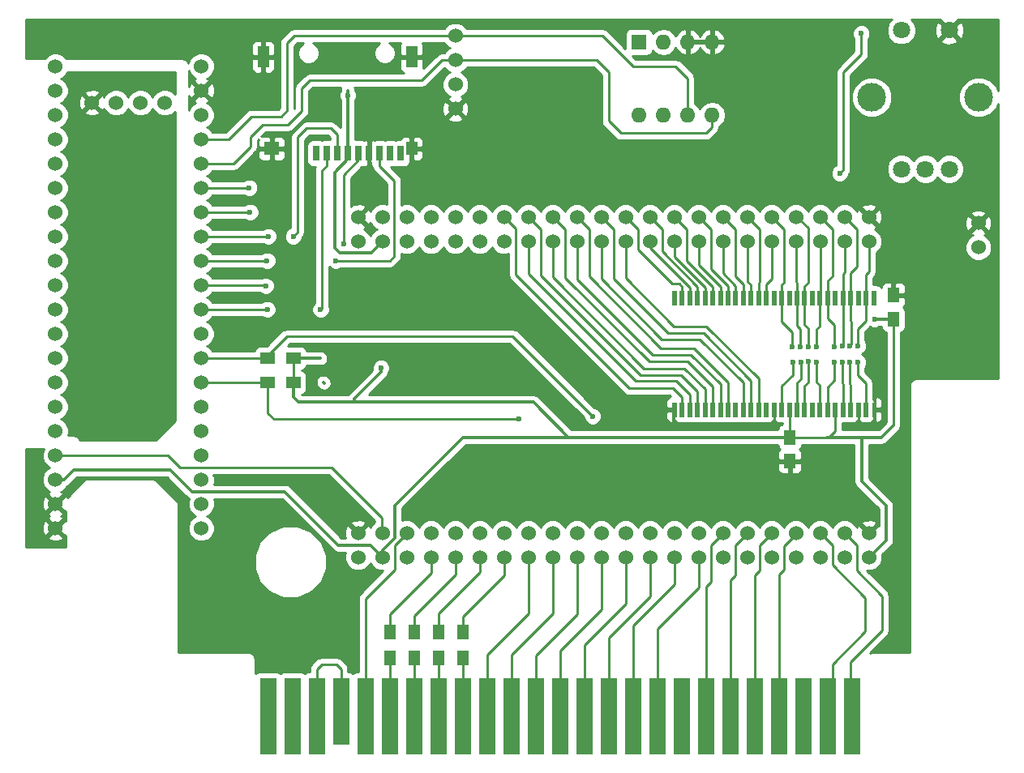
<source format=gbr>
G04 #@! TF.FileFunction,Copper,L1,Top,Signal*
%FSLAX46Y46*%
G04 Gerber Fmt 4.6, Leading zero omitted, Abs format (unit mm)*
G04 Created by KiCad (PCBNEW 4.0.4-stable) date 01/08/17 23:41:58*
%MOMM*%
%LPD*%
G01*
G04 APERTURE LIST*
%ADD10C,0.100000*%
%ADD11C,1.524000*%
%ADD12R,1.800000X8.000000*%
%ADD13R,1.800000X7.000000*%
%ADD14R,1.200000X2.200000*%
%ADD15R,1.600000X1.400000*%
%ADD16R,1.200000X1.400000*%
%ADD17R,0.700000X1.600000*%
%ADD18R,1.300000X1.500000*%
%ADD19C,1.800000*%
%ADD20C,3.000000*%
%ADD21R,0.485000X1.510000*%
%ADD22R,0.458000X1.510000*%
%ADD23R,1.250000X1.500000*%
%ADD24R,1.500000X1.300000*%
%ADD25R,1.600000X1.600000*%
%ADD26O,1.600000X1.600000*%
%ADD27C,0.600000*%
%ADD28C,0.300000*%
%ADD29C,0.250000*%
%ADD30C,0.254000*%
G04 APERTURE END LIST*
D10*
D11*
X136398000Y-37465000D03*
X136398000Y-40005000D03*
X136398000Y-42545000D03*
X136398000Y-45085000D03*
D12*
X177789840Y-108557440D03*
X175249840Y-108557440D03*
X172709840Y-108557440D03*
X170169840Y-108557440D03*
X167629840Y-108557440D03*
X165089840Y-108557440D03*
X162549840Y-108557440D03*
X160009840Y-108557440D03*
X157469840Y-108557440D03*
X154929840Y-108557440D03*
X152389840Y-108557440D03*
X149849840Y-108557440D03*
X147309840Y-108557440D03*
X144769840Y-108557440D03*
X142229840Y-108557440D03*
X139689840Y-108557440D03*
X137149840Y-108557440D03*
X134609840Y-108557440D03*
X132069840Y-108557440D03*
X129529840Y-108557440D03*
X126989840Y-108557440D03*
D13*
X124444760Y-108064680D03*
D12*
X121909840Y-108557440D03*
X119369840Y-108557440D03*
X116829840Y-108557440D03*
D11*
X126238000Y-91948000D03*
X126238000Y-89408000D03*
X128778000Y-91948000D03*
X128778000Y-89408000D03*
X131318000Y-91948000D03*
X131318000Y-89408000D03*
X133858000Y-91948000D03*
X133858000Y-89408000D03*
X136398000Y-91948000D03*
X136398000Y-89408000D03*
X138938000Y-91948000D03*
X138938000Y-89408000D03*
X141478000Y-91948000D03*
X141478000Y-89408000D03*
X144018000Y-91948000D03*
X144018000Y-89408000D03*
X146558000Y-91948000D03*
X146558000Y-89408000D03*
X149098000Y-91948000D03*
X149098000Y-89408000D03*
X151638000Y-91948000D03*
X151638000Y-89408000D03*
X154178000Y-91948000D03*
X154178000Y-89408000D03*
X156718000Y-91948000D03*
X156718000Y-89408000D03*
X159258000Y-91948000D03*
X159258000Y-89408000D03*
X161798000Y-91948000D03*
X161798000Y-89408000D03*
X164338000Y-91948000D03*
X164338000Y-89408000D03*
X166878000Y-91948000D03*
X166878000Y-89408000D03*
X169418000Y-91948000D03*
X169418000Y-89408000D03*
X171958000Y-91948000D03*
X171958000Y-89408000D03*
X174498000Y-91948000D03*
X174498000Y-89408000D03*
X177038000Y-91948000D03*
X177038000Y-89408000D03*
X179578000Y-91948000D03*
X179578000Y-89408000D03*
X179578000Y-56388000D03*
X179578000Y-58928000D03*
X177038000Y-56388000D03*
X177038000Y-58928000D03*
X174498000Y-56388000D03*
X174498000Y-58928000D03*
X171958000Y-56388000D03*
X171958000Y-58928000D03*
X169418000Y-56388000D03*
X169418000Y-58928000D03*
X166878000Y-56388000D03*
X166878000Y-58928000D03*
X164338000Y-56388000D03*
X164338000Y-58928000D03*
X161798000Y-56388000D03*
X161798000Y-58928000D03*
X159258000Y-56388000D03*
X159258000Y-58928000D03*
X156718000Y-56388000D03*
X156718000Y-58928000D03*
X154178000Y-56388000D03*
X154178000Y-58928000D03*
X151638000Y-56388000D03*
X151638000Y-58928000D03*
X149098000Y-56388000D03*
X149098000Y-58928000D03*
X146558000Y-56388000D03*
X146558000Y-58928000D03*
X144018000Y-56388000D03*
X144018000Y-58928000D03*
X141478000Y-56388000D03*
X141478000Y-58928000D03*
X138938000Y-56388000D03*
X138938000Y-58928000D03*
X136398000Y-56388000D03*
X136398000Y-58928000D03*
X133858000Y-56388000D03*
X133858000Y-58928000D03*
X131318000Y-56388000D03*
X131318000Y-58928000D03*
X128778000Y-56388000D03*
X128778000Y-58928000D03*
X126238000Y-56388000D03*
X126238000Y-58928000D03*
X191008000Y-57023000D03*
X191008000Y-59563000D03*
X109855000Y-88900000D03*
X109855000Y-86360000D03*
X109855000Y-83820000D03*
X109855000Y-81280000D03*
X109855000Y-78740000D03*
X109855000Y-76200000D03*
X109855000Y-73660000D03*
X109855000Y-71120000D03*
X109855000Y-68580000D03*
X109855000Y-66040000D03*
X109855000Y-63500000D03*
X109855000Y-60960000D03*
X109855000Y-58420000D03*
X109855000Y-55880000D03*
X109855000Y-53340000D03*
X109855000Y-50800000D03*
X109855000Y-48260000D03*
X109855000Y-45720000D03*
X109855000Y-43180000D03*
X109855000Y-40640000D03*
X94615000Y-40640000D03*
X94615000Y-43180000D03*
X94615000Y-45720000D03*
X94615000Y-48260000D03*
X94615000Y-50800000D03*
X94615000Y-53340000D03*
X94615000Y-55880000D03*
X94615000Y-58420000D03*
X94615000Y-60960000D03*
X94615000Y-63500000D03*
X94615000Y-66040000D03*
X94615000Y-68580000D03*
X94615000Y-71120000D03*
X94615000Y-73660000D03*
X94615000Y-76200000D03*
X94615000Y-78740000D03*
X94615000Y-81280000D03*
X94615000Y-83820000D03*
X94615000Y-86360000D03*
X94615000Y-88900000D03*
X98425000Y-44450000D03*
X100965000Y-44450000D03*
X103505000Y-44450000D03*
X106045000Y-44450000D03*
D14*
X116329000Y-39643000D03*
X131829000Y-39643000D03*
D15*
X117229000Y-49243000D03*
D16*
X131829000Y-49243000D03*
D17*
X130679000Y-49743000D03*
X128479000Y-49743000D03*
X129579000Y-49743000D03*
X127379000Y-49743000D03*
X126279000Y-49743000D03*
X125179000Y-49743000D03*
X121879000Y-49743000D03*
X122979000Y-49743000D03*
X124079000Y-49743000D03*
D18*
X137160000Y-102442000D03*
X137160000Y-99742000D03*
X134620000Y-102442000D03*
X134620000Y-99742000D03*
X132080000Y-102442000D03*
X132080000Y-99742000D03*
X129540000Y-102442000D03*
X129540000Y-99742000D03*
D19*
X182970800Y-36865800D03*
X182970800Y-51365800D03*
X185470800Y-51365800D03*
X187970800Y-51365800D03*
X187970800Y-36865800D03*
D20*
X191070800Y-43865800D03*
X179870800Y-43865800D03*
D21*
X180072460Y-64845580D03*
X179272460Y-64845580D03*
X178472460Y-64845580D03*
X177672460Y-64845580D03*
X176872460Y-64845580D03*
X176072460Y-64845580D03*
X175272460Y-64845580D03*
X174472460Y-64845580D03*
X173672460Y-64845580D03*
X172872460Y-64845580D03*
X172072460Y-64845580D03*
X171272460Y-64845580D03*
X170472460Y-64845580D03*
X169672460Y-64845580D03*
X168872460Y-64845580D03*
X168072460Y-64845580D03*
X167272460Y-64845580D03*
X166472460Y-64845580D03*
X165672460Y-64845580D03*
X164872460Y-64845580D03*
X164072460Y-64845580D03*
X163272460Y-64845580D03*
X162472460Y-64845580D03*
X161672460Y-64845580D03*
X160872460Y-64845580D03*
X160072460Y-64845580D03*
X159272460Y-64845580D03*
X159272460Y-76515580D03*
X160072460Y-76515580D03*
X160872460Y-76515580D03*
X161672460Y-76515580D03*
X162472460Y-76515580D03*
X163272460Y-76515580D03*
X164072460Y-76515580D03*
X164872460Y-76515580D03*
X165672460Y-76515580D03*
X166472460Y-76515580D03*
X167272460Y-76515580D03*
X168072460Y-76515580D03*
X168872460Y-76515580D03*
X169672460Y-76515580D03*
X170472460Y-76515580D03*
X171272460Y-76515580D03*
X172072460Y-76515580D03*
X172872460Y-76515580D03*
X173672460Y-76515580D03*
X174472460Y-76515580D03*
X175272460Y-76515580D03*
X176072460Y-76515580D03*
X176872460Y-76515580D03*
X177672460Y-76515580D03*
X178472460Y-76515580D03*
X179272460Y-76515580D03*
D22*
X180072460Y-76515580D03*
D23*
X182143400Y-67061400D03*
X182143400Y-64561400D03*
X171323000Y-79395000D03*
X171323000Y-81895000D03*
D24*
X119460000Y-71120000D03*
X116760000Y-71120000D03*
X119460000Y-73660000D03*
X116760000Y-73660000D03*
D25*
X155575000Y-38100000D03*
D26*
X163195000Y-45720000D03*
X158115000Y-38100000D03*
X160655000Y-45720000D03*
X160655000Y-38100000D03*
X158115000Y-45720000D03*
X163195000Y-38100000D03*
X155575000Y-45720000D03*
D27*
X122478800Y-97739200D03*
X121310400Y-99110800D03*
X131829000Y-39643000D03*
X131749800Y-43967400D03*
X170027600Y-78079600D03*
X173672500Y-76530200D03*
X177546000Y-78257400D03*
X176085500Y-64858900D03*
X171284900Y-64833500D03*
X159232600Y-76530200D03*
X178435000Y-69850000D03*
X177609500Y-69850000D03*
X176771300Y-69888100D03*
X175958500Y-69913500D03*
X174117000Y-69913500D03*
X173228000Y-69913500D03*
X172402500Y-69913500D03*
X171577000Y-69913500D03*
X171640500Y-71589900D03*
X172453300Y-71564500D03*
X173266100Y-71501000D03*
X174066200Y-71539100D03*
X175971200Y-71526400D03*
X176784000Y-71526400D03*
X177596800Y-71539100D03*
X178447700Y-71564500D03*
X123901200Y-60960000D03*
X124714000Y-59207400D03*
X122326400Y-66040000D03*
X119460000Y-58420000D03*
X114960400Y-55880000D03*
X114871500Y-53314600D03*
X116760000Y-66040000D03*
X116624100Y-63588900D03*
X116738400Y-60934600D03*
X116878100Y-58420000D03*
X125171200Y-43662600D03*
X180162200Y-67030600D03*
X128625600Y-72136000D03*
X159258000Y-64909700D03*
X180073300Y-64846200D03*
X178485800Y-64871600D03*
X173672500Y-64871600D03*
X169684700Y-64935100D03*
X178790600Y-37211000D03*
X176530000Y-51816000D03*
X143052800Y-77520800D03*
X116760000Y-73660000D03*
X150723600Y-77190600D03*
X116760000Y-71120000D03*
D28*
X122605800Y-73660000D02*
X122682000Y-73736200D01*
D29*
X136398000Y-45085000D02*
X136575800Y-45085000D01*
X136575800Y-45085000D02*
X138125200Y-46634400D01*
X138125200Y-46634400D02*
X138125200Y-49276000D01*
X131829000Y-49243000D02*
X131829000Y-44046600D01*
X131829000Y-44046600D02*
X131749800Y-43967400D01*
X173672460Y-76530160D02*
X173672500Y-76530200D01*
X176085500Y-64858900D02*
X176072460Y-64845860D01*
X176072460Y-64845860D02*
X176072460Y-64845580D01*
X171284900Y-64833500D02*
X171272820Y-64845580D01*
X171272820Y-64845580D02*
X171272460Y-64845580D01*
X180072460Y-76515580D02*
X180072460Y-77926360D01*
X180072460Y-77926360D02*
X180086000Y-77939900D01*
X178472460Y-76515580D02*
X178472460Y-77913860D01*
X178472460Y-77913860D02*
X178498500Y-77939900D01*
X173672460Y-76530160D02*
X173672460Y-76515580D01*
X169672460Y-76515580D02*
X169672460Y-77990240D01*
X169672460Y-77990240D02*
X169621200Y-78041500D01*
X159232600Y-76530200D02*
X159247220Y-76515580D01*
X159247220Y-76515580D02*
X159272460Y-76515580D01*
X179272460Y-64845580D02*
X179272460Y-67234540D01*
X178435000Y-68072000D02*
X178435000Y-69850000D01*
X179272460Y-67234540D02*
X178435000Y-68072000D01*
X179578000Y-58928000D02*
X179578000Y-62103000D01*
X179272460Y-62408540D02*
X179272460Y-64845580D01*
X179578000Y-62103000D02*
X179272460Y-62408540D01*
X177672460Y-64845580D02*
X177735960Y-69723540D01*
X177735960Y-69723540D02*
X177609500Y-69850000D01*
X177038000Y-56388000D02*
X178308000Y-57658000D01*
X177672460Y-62230540D02*
X177672460Y-64845580D01*
X178308000Y-61595000D02*
X177672460Y-62230540D01*
X178308000Y-57658000D02*
X178308000Y-61595000D01*
X176872460Y-64845580D02*
X176872460Y-69786940D01*
X176872460Y-69786940D02*
X176771300Y-69888100D01*
X176771300Y-69888100D02*
X176768760Y-69890640D01*
X177038000Y-58928000D02*
X177038000Y-62189360D01*
X176872460Y-62354900D02*
X176872460Y-64845580D01*
X177038000Y-62189360D02*
X176872460Y-62354900D01*
X175272460Y-64845580D02*
X175272460Y-67004960D01*
X175958500Y-67691000D02*
X175958500Y-69913500D01*
X175272460Y-67004960D02*
X175958500Y-67691000D01*
X174498000Y-56388000D02*
X175768000Y-57658000D01*
X175272460Y-63043040D02*
X175272460Y-64845580D01*
X175768000Y-62547500D02*
X175272460Y-63043040D01*
X175768000Y-57658000D02*
X175768000Y-62547500D01*
X174472460Y-64845580D02*
X174472460Y-67780040D01*
X174117000Y-68135500D02*
X174117000Y-69913500D01*
X174472460Y-67780040D02*
X174117000Y-68135500D01*
X174498000Y-58928000D02*
X174498000Y-64820040D01*
X174498000Y-64820040D02*
X174472460Y-64845580D01*
X172872460Y-64845580D02*
X172872460Y-67652960D01*
X173228000Y-68008500D02*
X173228000Y-69913500D01*
X172872460Y-67652960D02*
X173228000Y-68008500D01*
X171958000Y-56388000D02*
X172085000Y-56388000D01*
X172085000Y-56388000D02*
X173228000Y-57531000D01*
X173228000Y-57531000D02*
X173228000Y-63246000D01*
X173228000Y-63246000D02*
X172872460Y-63601540D01*
X172872460Y-63601540D02*
X172872460Y-64845580D01*
X172072460Y-64845580D02*
X172072460Y-67741960D01*
X172402500Y-68072000D02*
X172402500Y-69913500D01*
X172072460Y-67741960D02*
X172402500Y-68072000D01*
X171958000Y-58928000D02*
X171958000Y-63182500D01*
X172072460Y-63296960D02*
X172072460Y-64845580D01*
X171958000Y-63182500D02*
X172072460Y-63296960D01*
X170472460Y-64845580D02*
X170472460Y-67284960D01*
X171577000Y-68389500D02*
X171577000Y-69913500D01*
X170472460Y-67284960D02*
X171577000Y-68389500D01*
X169418000Y-56388000D02*
X170688000Y-57658000D01*
X170472460Y-63461540D02*
X170472460Y-64845580D01*
X170688000Y-63246000D02*
X170472460Y-63461540D01*
X170688000Y-57658000D02*
X170688000Y-63246000D01*
X169418000Y-58928000D02*
X169418000Y-62865000D01*
X168872460Y-63410540D02*
X168872460Y-64845580D01*
X169418000Y-62865000D02*
X168872460Y-63410540D01*
X166878000Y-56388000D02*
X168148000Y-57658000D01*
X168072460Y-63258040D02*
X168072460Y-64845580D01*
X168148000Y-63182500D02*
X168072460Y-63258040D01*
X168148000Y-57658000D02*
X168148000Y-63182500D01*
X166878000Y-58928000D02*
X166878000Y-63119000D01*
X167272460Y-63513460D02*
X167272460Y-64845580D01*
X166878000Y-63119000D02*
X167272460Y-63513460D01*
X164338000Y-56388000D02*
X165608000Y-57658000D01*
X166472460Y-63411960D02*
X166472460Y-64845580D01*
X165608000Y-62547500D02*
X166472460Y-63411960D01*
X165608000Y-57658000D02*
X165608000Y-62547500D01*
X164338000Y-58928000D02*
X164338000Y-62230000D01*
X165672460Y-63564460D02*
X165672460Y-64845580D01*
X164338000Y-62230000D02*
X165672460Y-63564460D01*
X161798000Y-56388000D02*
X163068000Y-57658000D01*
X164872460Y-63628060D02*
X164872460Y-64845580D01*
X163068000Y-61823600D02*
X164872460Y-63628060D01*
X163068000Y-57658000D02*
X163068000Y-61823600D01*
X161798000Y-58928000D02*
X161798000Y-61391800D01*
X164072460Y-63666260D02*
X164072460Y-64845580D01*
X161798000Y-61391800D02*
X164072460Y-63666260D01*
X159258000Y-91948000D02*
X159258000Y-94742000D01*
X154929840Y-99070160D02*
X154929840Y-108557440D01*
X159258000Y-94742000D02*
X154929840Y-99070160D01*
X149098000Y-91948000D02*
X149098000Y-97917000D01*
X144769840Y-102245160D02*
X144769840Y-108557440D01*
X149098000Y-97917000D02*
X144769840Y-102245160D01*
X146558000Y-91948000D02*
X146558000Y-97790000D01*
X142229840Y-102118160D02*
X142229840Y-108557440D01*
X146558000Y-97790000D02*
X142229840Y-102118160D01*
X144018000Y-91948000D02*
X144018000Y-97790000D01*
X139689840Y-102118160D02*
X139689840Y-108557440D01*
X144018000Y-97790000D02*
X139689840Y-102118160D01*
X156718000Y-91948000D02*
X156718000Y-96012000D01*
X152389840Y-100340160D02*
X152389840Y-108557440D01*
X156718000Y-96012000D02*
X152389840Y-100340160D01*
X154178000Y-91948000D02*
X154178000Y-96774000D01*
X149849840Y-101102160D02*
X149849840Y-108557440D01*
X154178000Y-96774000D02*
X149849840Y-101102160D01*
X166472460Y-76515580D02*
X166472460Y-73711660D01*
X151638000Y-62865000D02*
X151638000Y-58928000D01*
X157962600Y-69189600D02*
X151638000Y-62865000D01*
X161950400Y-69189600D02*
X157962600Y-69189600D01*
X166472460Y-73711660D02*
X161950400Y-69189600D01*
X167272460Y-76515580D02*
X167272460Y-73495660D01*
X152908000Y-57658000D02*
X151638000Y-56388000D01*
X152908000Y-62839600D02*
X152908000Y-57658000D01*
X158597600Y-68529200D02*
X152908000Y-62839600D01*
X162306000Y-68529200D02*
X158597600Y-68529200D01*
X167272460Y-73495660D02*
X162306000Y-68529200D01*
X168072460Y-76515580D02*
X168072460Y-73279660D01*
X154178000Y-62788800D02*
X154178000Y-58928000D01*
X159207200Y-67818000D02*
X154178000Y-62788800D01*
X162610800Y-67818000D02*
X159207200Y-67818000D01*
X168072460Y-73279660D02*
X162610800Y-67818000D01*
X170472460Y-76515580D02*
X170472460Y-74053340D01*
X171640500Y-72885300D02*
X171640500Y-71589900D01*
X170472460Y-74053340D02*
X171640500Y-72885300D01*
X172072460Y-76515580D02*
X172072460Y-73710640D01*
X172453300Y-73329800D02*
X172453300Y-71564500D01*
X172072460Y-73710640D02*
X172453300Y-73329800D01*
X172872460Y-76515580D02*
X172872460Y-74053640D01*
X173266100Y-73660000D02*
X173266100Y-71501000D01*
X172872460Y-74053640D02*
X173266100Y-73660000D01*
X174472460Y-76515580D02*
X174472460Y-74015460D01*
X174066200Y-73609200D02*
X174066200Y-71539100D01*
X174472460Y-74015460D02*
X174066200Y-73609200D01*
X175272460Y-76515580D02*
X175272460Y-74142840D01*
X175971200Y-73444100D02*
X175971200Y-71526400D01*
X175272460Y-74142840D02*
X175971200Y-73444100D01*
X176872460Y-76515580D02*
X176872460Y-73876340D01*
X176784000Y-73787880D02*
X176784000Y-71526400D01*
X176872460Y-73876340D02*
X176784000Y-73787880D01*
X177672460Y-76515580D02*
X177672460Y-73926160D01*
X177596800Y-73850500D02*
X177596800Y-71539100D01*
X177672460Y-73926160D02*
X177596800Y-73850500D01*
X179272460Y-76515580D02*
X179272460Y-73722760D01*
X178447700Y-72898000D02*
X178447700Y-71564500D01*
X179272460Y-73722760D02*
X178447700Y-72898000D01*
X128479000Y-49743000D02*
X128479000Y-51085200D01*
X130022600Y-52628800D02*
X128479000Y-51085200D01*
X130022600Y-60477400D02*
X130022600Y-52628800D01*
X129565400Y-60934600D02*
X130022600Y-60477400D01*
X123926600Y-60934600D02*
X129565400Y-60934600D01*
X123901200Y-60960000D02*
X123926600Y-60934600D01*
X126279000Y-49743000D02*
X126279000Y-50428800D01*
X126279000Y-50428800D02*
X124714000Y-51993800D01*
X124714000Y-51993800D02*
X124714000Y-59207400D01*
X122979000Y-51011000D02*
X122979000Y-49743000D01*
X122428000Y-51562000D02*
X122979000Y-51011000D01*
X122428000Y-65938400D02*
X122428000Y-51562000D01*
X122326400Y-66040000D02*
X122428000Y-65938400D01*
X124079000Y-49743000D02*
X124079000Y-47802800D01*
X123393200Y-47117000D02*
X124079000Y-47802800D01*
X120853200Y-47117000D02*
X123393200Y-47117000D01*
X119913400Y-48056800D02*
X120853200Y-47117000D01*
X119913400Y-57966600D02*
X119913400Y-48056800D01*
X119913400Y-57966600D02*
X119460000Y-58420000D01*
X177038000Y-89408000D02*
X178308000Y-90678000D01*
X177673000Y-102870000D02*
X177673000Y-108440600D01*
X180975000Y-99568000D02*
X177673000Y-102870000D01*
X180975000Y-96012000D02*
X180975000Y-99568000D01*
X178308000Y-93345000D02*
X180975000Y-96012000D01*
X178308000Y-90678000D02*
X178308000Y-93345000D01*
X177673000Y-108440600D02*
X177789840Y-108557440D01*
X174498000Y-89408000D02*
X175768000Y-90678000D01*
X179197000Y-96520000D02*
X179197000Y-99695000D01*
X179197000Y-99695000D02*
X175768000Y-103124000D01*
X175768000Y-103124000D02*
X175768000Y-108039280D01*
X179197000Y-96164400D02*
X179197000Y-96520000D01*
X175768000Y-92735400D02*
X179197000Y-96164400D01*
X175768000Y-90678000D02*
X175768000Y-92735400D01*
X175768000Y-108039280D02*
X175249840Y-108557440D01*
X171958000Y-89408000D02*
X171958000Y-89535000D01*
X171958000Y-89535000D02*
X170688000Y-90805000D01*
X170688000Y-90805000D02*
X170688000Y-93218000D01*
X170688000Y-93218000D02*
X170169840Y-93736160D01*
X170169840Y-93736160D02*
X170169840Y-108557440D01*
X169418000Y-89408000D02*
X168148000Y-90678000D01*
X167629840Y-93863160D02*
X167629840Y-108557440D01*
X168148000Y-93345000D02*
X167629840Y-93863160D01*
X168148000Y-90678000D02*
X168148000Y-93345000D01*
X166878000Y-89408000D02*
X165608000Y-90678000D01*
X165089840Y-94371160D02*
X165089840Y-108557440D01*
X165608000Y-93853000D02*
X165089840Y-94371160D01*
X165608000Y-90678000D02*
X165608000Y-93853000D01*
X164338000Y-89408000D02*
X163068000Y-90678000D01*
X162549840Y-95006160D02*
X162549840Y-108557440D01*
X163068000Y-94488000D02*
X162549840Y-95006160D01*
X163068000Y-90678000D02*
X163068000Y-94488000D01*
X161798000Y-91948000D02*
X161798000Y-95123000D01*
X157469840Y-99451160D02*
X157469840Y-108557440D01*
X161798000Y-95123000D02*
X157469840Y-99451160D01*
X151638000Y-91948000D02*
X151638000Y-97409000D01*
X147309840Y-101737160D02*
X147309840Y-108557440D01*
X151638000Y-97409000D02*
X147309840Y-101737160D01*
X137160000Y-102442000D02*
X137160000Y-108547280D01*
X137160000Y-108547280D02*
X137149840Y-108557440D01*
X134620000Y-102442000D02*
X134620000Y-108547280D01*
X134620000Y-108547280D02*
X134609840Y-108557440D01*
X132080000Y-102442000D02*
X132080000Y-108547280D01*
X132080000Y-108547280D02*
X132069840Y-108557440D01*
X129413000Y-102442000D02*
X129540000Y-102489000D01*
X129540000Y-102489000D02*
X129529840Y-108557440D01*
X131318000Y-89408000D02*
X130048000Y-90678000D01*
X126989840Y-96276160D02*
X126989840Y-108557440D01*
X130048000Y-93218000D02*
X126989840Y-96276160D01*
X130048000Y-90678000D02*
X130048000Y-93218000D01*
X121909840Y-108557440D02*
X121909840Y-103642160D01*
X124444760Y-103616760D02*
X124444760Y-108064680D01*
X123952000Y-103124000D02*
X124444760Y-103616760D01*
X122428000Y-103124000D02*
X123952000Y-103124000D01*
X121909840Y-103642160D02*
X122428000Y-103124000D01*
X109855000Y-55880000D02*
X114960400Y-55880000D01*
X136398000Y-58788300D02*
X136398000Y-58928000D01*
X136398000Y-58928000D02*
X136398000Y-58559700D01*
X114846100Y-53340000D02*
X109855000Y-53340000D01*
X114871500Y-53314600D02*
X114846100Y-53340000D01*
X116760000Y-66040000D02*
X116636800Y-66040000D01*
X116636800Y-66040000D02*
X116763800Y-66040000D01*
X116763800Y-66040000D02*
X116763800Y-65913000D01*
X109855000Y-66040000D02*
X116636800Y-66040000D01*
X116636800Y-66040000D02*
X116763800Y-65913000D01*
X116763800Y-65913000D02*
X116789200Y-65887600D01*
X109855000Y-63500000D02*
X116535200Y-63500000D01*
X116535200Y-63500000D02*
X116624100Y-63588900D01*
X116535200Y-63500000D02*
X116624100Y-63588900D01*
X109855000Y-60960000D02*
X116713000Y-60960000D01*
X116713000Y-60960000D02*
X116738400Y-60934600D01*
X109855000Y-58420000D02*
X116878100Y-58420000D01*
X116878100Y-58420000D02*
X116903500Y-58394600D01*
X133858000Y-91948000D02*
X133858000Y-93599000D01*
X129540000Y-97917000D02*
X129540000Y-99742000D01*
X133858000Y-93599000D02*
X129540000Y-97917000D01*
X136398000Y-91948000D02*
X136398000Y-93726000D01*
X132080000Y-98044000D02*
X132080000Y-99742000D01*
X136398000Y-93726000D02*
X132080000Y-98044000D01*
X138938000Y-91948000D02*
X138938000Y-93472000D01*
X134620000Y-97790000D02*
X134620000Y-99742000D01*
X138938000Y-93472000D02*
X134620000Y-97790000D01*
X141478000Y-91948000D02*
X141478000Y-93853000D01*
X137160000Y-98171000D02*
X137160000Y-99742000D01*
X141478000Y-93853000D02*
X137160000Y-98171000D01*
X136398000Y-37465000D02*
X151765000Y-37465000D01*
X160655000Y-41910000D02*
X160655000Y-45720000D01*
X159385000Y-40640000D02*
X160655000Y-41910000D01*
X154940000Y-40640000D02*
X159385000Y-40640000D01*
X151765000Y-37465000D02*
X154940000Y-40640000D01*
X109855000Y-48260000D02*
X112725200Y-48260000D01*
X119557800Y-37465000D02*
X136398000Y-37465000D01*
X118795800Y-38227000D02*
X119557800Y-37465000D01*
X118795800Y-45262800D02*
X118795800Y-38227000D01*
X118186200Y-45872400D02*
X118795800Y-45262800D01*
X115112800Y-45872400D02*
X118186200Y-45872400D01*
X112725200Y-48260000D02*
X115112800Y-45872400D01*
X136398000Y-40005000D02*
X151130000Y-40005000D01*
X163195000Y-46990000D02*
X163195000Y-45720000D01*
X162560000Y-47625000D02*
X163195000Y-46990000D01*
X153670000Y-47625000D02*
X162560000Y-47625000D01*
X152400000Y-46355000D02*
X153670000Y-47625000D01*
X152400000Y-41275000D02*
X152400000Y-46355000D01*
X151130000Y-40005000D02*
X152400000Y-41275000D01*
X109855000Y-50800000D02*
X113258600Y-50800000D01*
X134975600Y-40005000D02*
X136398000Y-40005000D01*
X132892800Y-42087800D02*
X134975600Y-40005000D01*
X121183400Y-42087800D02*
X132892800Y-42087800D01*
X120370600Y-42900600D02*
X121183400Y-42087800D01*
X120370600Y-45313600D02*
X120370600Y-42900600D01*
X118922800Y-46761400D02*
X120370600Y-45313600D01*
X116281200Y-46761400D02*
X118922800Y-46761400D01*
X115011200Y-48031400D02*
X116281200Y-46761400D01*
X115011200Y-49047400D02*
X115011200Y-48031400D01*
X113258600Y-50800000D02*
X115011200Y-49047400D01*
X159258000Y-56388000D02*
X160528000Y-57658000D01*
X163272460Y-63679060D02*
X163272460Y-64845580D01*
X160528000Y-60934600D02*
X163272460Y-63679060D01*
X160528000Y-57658000D02*
X160528000Y-60934600D01*
X159258000Y-58928000D02*
X159258000Y-60528200D01*
X162472460Y-63742660D02*
X162472460Y-64845580D01*
X159258000Y-60528200D02*
X162472460Y-63742660D01*
X156718000Y-56388000D02*
X157988000Y-57658000D01*
X161672460Y-63679260D02*
X161672460Y-64845580D01*
X157988000Y-59994800D02*
X161672460Y-63679260D01*
X157988000Y-57658000D02*
X157988000Y-59994800D01*
X156718000Y-58928000D02*
X156718000Y-59588400D01*
X156718000Y-59588400D02*
X160872460Y-63742860D01*
X160872460Y-63742860D02*
X160872460Y-64845580D01*
X154178000Y-56388000D02*
X155448000Y-57658000D01*
X160072460Y-63654060D02*
X160072460Y-64845580D01*
X159766000Y-63347600D02*
X160072460Y-63654060D01*
X159004000Y-63347600D02*
X159766000Y-63347600D01*
X155448000Y-59791600D02*
X159004000Y-63347600D01*
X155448000Y-57658000D02*
X155448000Y-59791600D01*
X160072460Y-76515580D02*
X160072460Y-75236460D01*
X142697200Y-57607200D02*
X141478000Y-56388000D01*
X142697200Y-62433200D02*
X142697200Y-57607200D01*
X154559000Y-74295000D02*
X142697200Y-62433200D01*
X159131000Y-74295000D02*
X154559000Y-74295000D01*
X160072460Y-75236460D02*
X159131000Y-74295000D01*
X160872460Y-76515580D02*
X160872460Y-74918860D01*
X144018000Y-62331600D02*
X144018000Y-58928000D01*
X155194000Y-73507600D02*
X144018000Y-62331600D01*
X159461200Y-73507600D02*
X155194000Y-73507600D01*
X160872460Y-74918860D02*
X159461200Y-73507600D01*
X144018000Y-58928000D02*
X144018000Y-59118500D01*
X161672460Y-76515580D02*
X161672460Y-74601260D01*
X145288000Y-57658000D02*
X144018000Y-56388000D01*
X145288000Y-62458600D02*
X145288000Y-57658000D01*
X155727400Y-72898000D02*
X145288000Y-62458600D01*
X159969200Y-72898000D02*
X155727400Y-72898000D01*
X161672460Y-74601260D02*
X159969200Y-72898000D01*
X162472460Y-76515580D02*
X162472460Y-74385260D01*
X146558000Y-62661800D02*
X146558000Y-58928000D01*
X156108400Y-72212200D02*
X146558000Y-62661800D01*
X160299400Y-72212200D02*
X156108400Y-72212200D01*
X162472460Y-74385260D02*
X160299400Y-72212200D01*
X146558000Y-58928000D02*
X146558000Y-59499500D01*
X163272460Y-76515580D02*
X163272460Y-74118460D01*
X147853400Y-57683400D02*
X146558000Y-56388000D01*
X147853400Y-62712600D02*
X147853400Y-57683400D01*
X156641800Y-71501000D02*
X147853400Y-62712600D01*
X160655000Y-71501000D02*
X156641800Y-71501000D01*
X163272460Y-74118460D02*
X160655000Y-71501000D01*
X164072460Y-76515580D02*
X164072460Y-73877060D01*
X149098000Y-62890400D02*
X149098000Y-58928000D01*
X156997400Y-70789800D02*
X149098000Y-62890400D01*
X160985200Y-70789800D02*
X156997400Y-70789800D01*
X164072460Y-73877060D02*
X160985200Y-70789800D01*
X164872460Y-76515580D02*
X164872460Y-73661060D01*
X150393400Y-57683400D02*
X149098000Y-56388000D01*
X150393400Y-62611000D02*
X150393400Y-57683400D01*
X157886400Y-70104000D02*
X150393400Y-62611000D01*
X161315400Y-70104000D02*
X157886400Y-70104000D01*
X164872460Y-73661060D02*
X161315400Y-70104000D01*
D28*
X107632500Y-83832700D02*
X108889800Y-85090000D01*
X121107200Y-87604600D02*
X124180600Y-90678000D01*
X124180600Y-90678000D02*
X127508000Y-90678000D01*
X127508000Y-90678000D02*
X128778000Y-91948000D01*
X118592600Y-85090000D02*
X121107200Y-87604600D01*
X108889800Y-85090000D02*
X118592600Y-85090000D01*
X94615000Y-83820000D02*
X95554800Y-83820000D01*
X106603800Y-82804000D02*
X107632500Y-83832700D01*
X107632500Y-83832700D02*
X107670600Y-83870800D01*
X96570800Y-82804000D02*
X106603800Y-82804000D01*
X95554800Y-83820000D02*
X96570800Y-82804000D01*
X125171200Y-43662600D02*
X125171200Y-43180000D01*
X125171200Y-43180000D02*
X125145800Y-43154600D01*
X125179000Y-43670400D02*
X125179000Y-49743000D01*
X125171200Y-43662600D02*
X125179000Y-43670400D01*
X180193000Y-67061400D02*
X182143400Y-67061400D01*
X180162200Y-67030600D02*
X180193000Y-67061400D01*
X178816000Y-79395000D02*
X178816000Y-83997800D01*
X181381400Y-90144600D02*
X179578000Y-91948000D01*
X181381400Y-86563200D02*
X181381400Y-90144600D01*
X178816000Y-83997800D02*
X181381400Y-86563200D01*
X180701000Y-67061400D02*
X182143400Y-67061400D01*
D29*
X182118000Y-78181200D02*
X182118000Y-67284600D01*
D28*
X175183800Y-79395000D02*
X178816000Y-79395000D01*
X178816000Y-79395000D02*
X180904200Y-79395000D01*
X180904200Y-79395000D02*
X182118000Y-78181200D01*
X125179000Y-49743000D02*
X125179000Y-50335000D01*
X125179000Y-50335000D02*
X123774200Y-51739800D01*
X127584200Y-60121800D02*
X128778000Y-58928000D01*
X124282200Y-60121800D02*
X127584200Y-60121800D01*
X123774200Y-59613800D02*
X124282200Y-60121800D01*
X123774200Y-51739800D02*
X123774200Y-59613800D01*
X125882400Y-75717400D02*
X125882400Y-75336400D01*
X125882400Y-75336400D02*
X128625600Y-72593200D01*
X128625600Y-72593200D02*
X128625600Y-72136000D01*
X119460000Y-71120000D02*
X122275600Y-71120000D01*
X119460000Y-73660000D02*
X119460000Y-75162400D01*
X144551400Y-75717400D02*
X148229000Y-79395000D01*
X120015000Y-75717400D02*
X125882400Y-75717400D01*
X125882400Y-75717400D02*
X144551400Y-75717400D01*
X119460000Y-75162400D02*
X120015000Y-75717400D01*
X128778000Y-91948000D02*
X128778000Y-91160600D01*
X128778000Y-91160600D02*
X130048000Y-89890600D01*
X130048000Y-89890600D02*
X130048000Y-86512400D01*
X130048000Y-86512400D02*
X137165400Y-79395000D01*
X137165400Y-79395000D02*
X148229000Y-79395000D01*
X148229000Y-79395000D02*
X171323000Y-79395000D01*
D29*
X159258000Y-64909700D02*
X159272460Y-64895240D01*
X119460000Y-73660000D02*
X119460000Y-71120000D01*
X180073300Y-64846200D02*
X180072680Y-64845580D01*
X180072680Y-64845580D02*
X180072460Y-64845580D01*
X178485800Y-64871600D02*
X178472460Y-64858260D01*
X178472460Y-64858260D02*
X178472460Y-64845580D01*
X173672500Y-64871600D02*
X173672460Y-64871560D01*
X173672460Y-64871560D02*
X173672460Y-64845580D01*
X169684700Y-64935100D02*
X169672460Y-64922860D01*
X169672460Y-64922860D02*
X169672460Y-64845580D01*
X159272460Y-64895240D02*
X159272460Y-64845580D01*
X171323000Y-79395000D02*
X175183800Y-79395000D01*
X175183800Y-79395000D02*
X175392400Y-79395000D01*
X175392400Y-79395000D02*
X176072460Y-78714940D01*
X176072460Y-78714940D02*
X176072460Y-76515580D01*
X171323000Y-79395000D02*
X171323000Y-76566120D01*
X171323000Y-76566120D02*
X171272460Y-76515580D01*
D28*
X122275600Y-71120000D02*
X122301000Y-71145400D01*
D29*
X178790600Y-39395400D02*
X178790600Y-37211000D01*
X178790600Y-37211000D02*
X178790600Y-37160200D01*
X176911000Y-41275000D02*
X178790600Y-39395400D01*
X176911000Y-51435000D02*
X176911000Y-41275000D01*
X176530000Y-51816000D02*
X176911000Y-51435000D01*
X116760000Y-74850000D02*
X116760000Y-76856600D01*
X116760000Y-73660000D02*
X116760000Y-74850000D01*
X117424200Y-77520800D02*
X143052800Y-77520800D01*
X116760000Y-76856600D02*
X117424200Y-77520800D01*
X109855000Y-73660000D02*
X116760000Y-73660000D01*
X118795800Y-68834000D02*
X142367000Y-68834000D01*
X142367000Y-68834000D02*
X150723600Y-77190600D01*
X116760000Y-70869800D02*
X118795800Y-68834000D01*
X116760000Y-71120000D02*
X116760000Y-70869800D01*
X109855000Y-71120000D02*
X116760000Y-71120000D01*
X123444000Y-82524600D02*
X107645200Y-82524600D01*
X123444000Y-82524600D02*
X128752600Y-87833200D01*
X128752600Y-89382600D02*
X128752600Y-87833200D01*
X106400600Y-81280000D02*
X94615000Y-81280000D01*
X107645200Y-82524600D02*
X106400600Y-81280000D01*
X128752600Y-89382600D02*
X128778000Y-89408000D01*
D30*
G36*
X93218243Y-81000900D02*
X93217758Y-81556661D01*
X93429990Y-82070303D01*
X93822630Y-82463629D01*
X94030512Y-82549949D01*
X93824697Y-82634990D01*
X93431371Y-83027630D01*
X93218243Y-83540900D01*
X93217758Y-84096661D01*
X93429990Y-84610303D01*
X93822630Y-85003629D01*
X94014727Y-85083395D01*
X93883857Y-85137603D01*
X93814392Y-85379787D01*
X94615000Y-86180395D01*
X95415608Y-85379787D01*
X95346143Y-85137603D01*
X95205682Y-85087491D01*
X95405303Y-85005010D01*
X95798629Y-84612370D01*
X95823917Y-84551469D01*
X95855207Y-84545245D01*
X96109879Y-84375079D01*
X96895958Y-83589000D01*
X106278642Y-83589000D01*
X107077419Y-84387776D01*
X107077421Y-84387779D01*
X108334721Y-85645079D01*
X108573079Y-85804344D01*
X108458243Y-86080900D01*
X108457758Y-86636661D01*
X108669990Y-87150303D01*
X109062630Y-87543629D01*
X109270512Y-87629949D01*
X109064697Y-87714990D01*
X108671371Y-88107630D01*
X108458243Y-88620900D01*
X108457758Y-89176661D01*
X108669990Y-89690303D01*
X109062630Y-90083629D01*
X109575900Y-90296757D01*
X110131661Y-90297242D01*
X110645303Y-90085010D01*
X111038629Y-89692370D01*
X111251757Y-89179100D01*
X111252242Y-88623339D01*
X111040010Y-88109697D01*
X110647370Y-87716371D01*
X110439488Y-87630051D01*
X110645303Y-87545010D01*
X111038629Y-87152370D01*
X111251757Y-86639100D01*
X111252242Y-86083339D01*
X111166158Y-85875000D01*
X118267442Y-85875000D01*
X123625521Y-91233079D01*
X123880193Y-91403245D01*
X124180600Y-91463000D01*
X124926740Y-91463000D01*
X124841243Y-91668900D01*
X124840758Y-92224661D01*
X125052990Y-92738303D01*
X125445630Y-93131629D01*
X125958900Y-93344757D01*
X126514661Y-93345242D01*
X127028303Y-93133010D01*
X127421629Y-92740370D01*
X127507949Y-92532488D01*
X127592990Y-92738303D01*
X127985630Y-93131629D01*
X128498900Y-93344757D01*
X128846138Y-93345060D01*
X126452439Y-95738759D01*
X126287692Y-95985321D01*
X126229840Y-96276160D01*
X126229840Y-103910000D01*
X126089840Y-103910000D01*
X125854523Y-103954278D01*
X125711190Y-104046511D01*
X125596650Y-103968249D01*
X125344760Y-103917240D01*
X125204760Y-103917240D01*
X125204760Y-103616760D01*
X125146908Y-103325921D01*
X124982161Y-103079359D01*
X124489401Y-102586599D01*
X124242839Y-102421852D01*
X123952000Y-102364000D01*
X122428000Y-102364000D01*
X122137161Y-102421852D01*
X121890599Y-102586599D01*
X121372439Y-103104759D01*
X121207692Y-103351321D01*
X121149840Y-103642160D01*
X121149840Y-103910000D01*
X121009840Y-103910000D01*
X120774523Y-103954278D01*
X120639263Y-104041316D01*
X120521730Y-103961009D01*
X120269840Y-103910000D01*
X118469840Y-103910000D01*
X118234523Y-103954278D01*
X118099263Y-104041316D01*
X117981730Y-103961009D01*
X117729840Y-103910000D01*
X115929840Y-103910000D01*
X115694523Y-103954278D01*
X115518000Y-104067867D01*
X115518000Y-102616000D01*
X115463954Y-102344295D01*
X115310046Y-102113954D01*
X115079705Y-101960046D01*
X114808000Y-101906000D01*
X107491000Y-101906000D01*
X107491000Y-93173516D01*
X115396606Y-93173516D01*
X115970408Y-94562224D01*
X117031968Y-95625638D01*
X118419672Y-96201863D01*
X119922256Y-96203174D01*
X121310964Y-95629372D01*
X122374378Y-94567812D01*
X122950603Y-93180108D01*
X122951914Y-91677524D01*
X122378112Y-90288816D01*
X121316552Y-89225402D01*
X119928848Y-88649177D01*
X118426264Y-88647866D01*
X117037556Y-89221668D01*
X115974142Y-90283228D01*
X115397917Y-91670932D01*
X115396606Y-93173516D01*
X107491000Y-93173516D01*
X107491000Y-86591616D01*
X107491600Y-86588600D01*
X107491600Y-86563200D01*
X107437554Y-86291495D01*
X107283646Y-86061154D01*
X107281839Y-86059947D01*
X105150116Y-83927625D01*
X105150075Y-83927598D01*
X105150046Y-83927554D01*
X105033132Y-83849435D01*
X104919797Y-83773684D01*
X104919747Y-83773674D01*
X104919705Y-83773646D01*
X104784606Y-83746773D01*
X104648100Y-83719600D01*
X104648050Y-83719610D01*
X104648000Y-83719600D01*
X98069400Y-83719600D01*
X98066651Y-83720147D01*
X98063897Y-83719621D01*
X97930902Y-83747149D01*
X97797695Y-83773646D01*
X97795363Y-83775204D01*
X97792619Y-83775772D01*
X97680333Y-83852064D01*
X97567354Y-83927554D01*
X97565796Y-83929886D01*
X97563478Y-83931461D01*
X95937878Y-85582461D01*
X95864463Y-85694200D01*
X95837397Y-85628857D01*
X95595213Y-85559392D01*
X94794605Y-86360000D01*
X95595213Y-87160608D01*
X95733800Y-87120857D01*
X95733800Y-88139143D01*
X95595213Y-88099392D01*
X94794605Y-88900000D01*
X95595213Y-89700608D01*
X95733800Y-89660857D01*
X95733800Y-90857000D01*
X91515000Y-90857000D01*
X91515000Y-89880213D01*
X93814392Y-89880213D01*
X93883857Y-90122397D01*
X94407302Y-90309144D01*
X94962368Y-90281362D01*
X95346143Y-90122397D01*
X95415608Y-89880213D01*
X94615000Y-89079605D01*
X93814392Y-89880213D01*
X91515000Y-89880213D01*
X91515000Y-88692302D01*
X93205856Y-88692302D01*
X93233638Y-89247368D01*
X93392603Y-89631143D01*
X93634787Y-89700608D01*
X94435395Y-88900000D01*
X93634787Y-88099392D01*
X93392603Y-88168857D01*
X93205856Y-88692302D01*
X91515000Y-88692302D01*
X91515000Y-87340213D01*
X93814392Y-87340213D01*
X93883857Y-87582397D01*
X94007344Y-87626453D01*
X93883857Y-87677603D01*
X93814392Y-87919787D01*
X94615000Y-88720395D01*
X95415608Y-87919787D01*
X95346143Y-87677603D01*
X95222656Y-87633547D01*
X95346143Y-87582397D01*
X95415608Y-87340213D01*
X94615000Y-86539605D01*
X93814392Y-87340213D01*
X91515000Y-87340213D01*
X91515000Y-86152302D01*
X93205856Y-86152302D01*
X93233638Y-86707368D01*
X93392603Y-87091143D01*
X93634787Y-87160608D01*
X94435395Y-86360000D01*
X93634787Y-85559392D01*
X93392603Y-85628857D01*
X93205856Y-86152302D01*
X91515000Y-86152302D01*
X91515000Y-80593000D01*
X93387618Y-80593000D01*
X93218243Y-81000900D01*
X93218243Y-81000900D01*
G37*
X93218243Y-81000900D02*
X93217758Y-81556661D01*
X93429990Y-82070303D01*
X93822630Y-82463629D01*
X94030512Y-82549949D01*
X93824697Y-82634990D01*
X93431371Y-83027630D01*
X93218243Y-83540900D01*
X93217758Y-84096661D01*
X93429990Y-84610303D01*
X93822630Y-85003629D01*
X94014727Y-85083395D01*
X93883857Y-85137603D01*
X93814392Y-85379787D01*
X94615000Y-86180395D01*
X95415608Y-85379787D01*
X95346143Y-85137603D01*
X95205682Y-85087491D01*
X95405303Y-85005010D01*
X95798629Y-84612370D01*
X95823917Y-84551469D01*
X95855207Y-84545245D01*
X96109879Y-84375079D01*
X96895958Y-83589000D01*
X106278642Y-83589000D01*
X107077419Y-84387776D01*
X107077421Y-84387779D01*
X108334721Y-85645079D01*
X108573079Y-85804344D01*
X108458243Y-86080900D01*
X108457758Y-86636661D01*
X108669990Y-87150303D01*
X109062630Y-87543629D01*
X109270512Y-87629949D01*
X109064697Y-87714990D01*
X108671371Y-88107630D01*
X108458243Y-88620900D01*
X108457758Y-89176661D01*
X108669990Y-89690303D01*
X109062630Y-90083629D01*
X109575900Y-90296757D01*
X110131661Y-90297242D01*
X110645303Y-90085010D01*
X111038629Y-89692370D01*
X111251757Y-89179100D01*
X111252242Y-88623339D01*
X111040010Y-88109697D01*
X110647370Y-87716371D01*
X110439488Y-87630051D01*
X110645303Y-87545010D01*
X111038629Y-87152370D01*
X111251757Y-86639100D01*
X111252242Y-86083339D01*
X111166158Y-85875000D01*
X118267442Y-85875000D01*
X123625521Y-91233079D01*
X123880193Y-91403245D01*
X124180600Y-91463000D01*
X124926740Y-91463000D01*
X124841243Y-91668900D01*
X124840758Y-92224661D01*
X125052990Y-92738303D01*
X125445630Y-93131629D01*
X125958900Y-93344757D01*
X126514661Y-93345242D01*
X127028303Y-93133010D01*
X127421629Y-92740370D01*
X127507949Y-92532488D01*
X127592990Y-92738303D01*
X127985630Y-93131629D01*
X128498900Y-93344757D01*
X128846138Y-93345060D01*
X126452439Y-95738759D01*
X126287692Y-95985321D01*
X126229840Y-96276160D01*
X126229840Y-103910000D01*
X126089840Y-103910000D01*
X125854523Y-103954278D01*
X125711190Y-104046511D01*
X125596650Y-103968249D01*
X125344760Y-103917240D01*
X125204760Y-103917240D01*
X125204760Y-103616760D01*
X125146908Y-103325921D01*
X124982161Y-103079359D01*
X124489401Y-102586599D01*
X124242839Y-102421852D01*
X123952000Y-102364000D01*
X122428000Y-102364000D01*
X122137161Y-102421852D01*
X121890599Y-102586599D01*
X121372439Y-103104759D01*
X121207692Y-103351321D01*
X121149840Y-103642160D01*
X121149840Y-103910000D01*
X121009840Y-103910000D01*
X120774523Y-103954278D01*
X120639263Y-104041316D01*
X120521730Y-103961009D01*
X120269840Y-103910000D01*
X118469840Y-103910000D01*
X118234523Y-103954278D01*
X118099263Y-104041316D01*
X117981730Y-103961009D01*
X117729840Y-103910000D01*
X115929840Y-103910000D01*
X115694523Y-103954278D01*
X115518000Y-104067867D01*
X115518000Y-102616000D01*
X115463954Y-102344295D01*
X115310046Y-102113954D01*
X115079705Y-101960046D01*
X114808000Y-101906000D01*
X107491000Y-101906000D01*
X107491000Y-93173516D01*
X115396606Y-93173516D01*
X115970408Y-94562224D01*
X117031968Y-95625638D01*
X118419672Y-96201863D01*
X119922256Y-96203174D01*
X121310964Y-95629372D01*
X122374378Y-94567812D01*
X122950603Y-93180108D01*
X122951914Y-91677524D01*
X122378112Y-90288816D01*
X121316552Y-89225402D01*
X119928848Y-88649177D01*
X118426264Y-88647866D01*
X117037556Y-89221668D01*
X115974142Y-90283228D01*
X115397917Y-91670932D01*
X115396606Y-93173516D01*
X107491000Y-93173516D01*
X107491000Y-86591616D01*
X107491600Y-86588600D01*
X107491600Y-86563200D01*
X107437554Y-86291495D01*
X107283646Y-86061154D01*
X107281839Y-86059947D01*
X105150116Y-83927625D01*
X105150075Y-83927598D01*
X105150046Y-83927554D01*
X105033132Y-83849435D01*
X104919797Y-83773684D01*
X104919747Y-83773674D01*
X104919705Y-83773646D01*
X104784606Y-83746773D01*
X104648100Y-83719600D01*
X104648050Y-83719610D01*
X104648000Y-83719600D01*
X98069400Y-83719600D01*
X98066651Y-83720147D01*
X98063897Y-83719621D01*
X97930902Y-83747149D01*
X97797695Y-83773646D01*
X97795363Y-83775204D01*
X97792619Y-83775772D01*
X97680333Y-83852064D01*
X97567354Y-83927554D01*
X97565796Y-83929886D01*
X97563478Y-83931461D01*
X95937878Y-85582461D01*
X95864463Y-85694200D01*
X95837397Y-85628857D01*
X95595213Y-85559392D01*
X94794605Y-86360000D01*
X95595213Y-87160608D01*
X95733800Y-87120857D01*
X95733800Y-88139143D01*
X95595213Y-88099392D01*
X94794605Y-88900000D01*
X95595213Y-89700608D01*
X95733800Y-89660857D01*
X95733800Y-90857000D01*
X91515000Y-90857000D01*
X91515000Y-89880213D01*
X93814392Y-89880213D01*
X93883857Y-90122397D01*
X94407302Y-90309144D01*
X94962368Y-90281362D01*
X95346143Y-90122397D01*
X95415608Y-89880213D01*
X94615000Y-89079605D01*
X93814392Y-89880213D01*
X91515000Y-89880213D01*
X91515000Y-88692302D01*
X93205856Y-88692302D01*
X93233638Y-89247368D01*
X93392603Y-89631143D01*
X93634787Y-89700608D01*
X94435395Y-88900000D01*
X93634787Y-88099392D01*
X93392603Y-88168857D01*
X93205856Y-88692302D01*
X91515000Y-88692302D01*
X91515000Y-87340213D01*
X93814392Y-87340213D01*
X93883857Y-87582397D01*
X94007344Y-87626453D01*
X93883857Y-87677603D01*
X93814392Y-87919787D01*
X94615000Y-88720395D01*
X95415608Y-87919787D01*
X95346143Y-87677603D01*
X95222656Y-87633547D01*
X95346143Y-87582397D01*
X95415608Y-87340213D01*
X94615000Y-86539605D01*
X93814392Y-87340213D01*
X91515000Y-87340213D01*
X91515000Y-86152302D01*
X93205856Y-86152302D01*
X93233638Y-86707368D01*
X93392603Y-87091143D01*
X93634787Y-87160608D01*
X94435395Y-86360000D01*
X93634787Y-85559392D01*
X93392603Y-85628857D01*
X93205856Y-86152302D01*
X91515000Y-86152302D01*
X91515000Y-80593000D01*
X93387618Y-80593000D01*
X93218243Y-81000900D01*
G36*
X181670249Y-35995157D02*
X181436067Y-36559130D01*
X181435535Y-37169791D01*
X181668732Y-37734171D01*
X182100157Y-38166351D01*
X182664130Y-38400533D01*
X183274791Y-38401065D01*
X183839171Y-38167868D01*
X184061468Y-37945959D01*
X187070246Y-37945959D01*
X187156652Y-38202443D01*
X187730136Y-38412258D01*
X188340260Y-38386639D01*
X188784948Y-38202443D01*
X188871354Y-37945959D01*
X187970800Y-37045405D01*
X187070246Y-37945959D01*
X184061468Y-37945959D01*
X184271351Y-37736443D01*
X184505533Y-37172470D01*
X184506009Y-36625136D01*
X186424342Y-36625136D01*
X186449961Y-37235260D01*
X186634157Y-37679948D01*
X186890641Y-37766354D01*
X187791195Y-36865800D01*
X188150405Y-36865800D01*
X189050959Y-37766354D01*
X189307443Y-37679948D01*
X189517258Y-37106464D01*
X189491639Y-36496340D01*
X189307443Y-36051652D01*
X189050959Y-35965246D01*
X188150405Y-36865800D01*
X187791195Y-36865800D01*
X186890641Y-35965246D01*
X186634157Y-36051652D01*
X186424342Y-36625136D01*
X184506009Y-36625136D01*
X184506065Y-36561809D01*
X184272868Y-35997429D01*
X183985941Y-35710000D01*
X187095728Y-35710000D01*
X187070246Y-35785641D01*
X187970800Y-36686195D01*
X188871354Y-35785641D01*
X188845872Y-35710000D01*
X193092000Y-35710000D01*
X193092000Y-43166673D01*
X192881820Y-42658000D01*
X192281759Y-42056891D01*
X191497341Y-41731172D01*
X190647985Y-41730430D01*
X189863000Y-42054780D01*
X189261891Y-42654841D01*
X188936172Y-43439259D01*
X188935430Y-44288615D01*
X189259780Y-45073600D01*
X189859841Y-45674709D01*
X190644259Y-46000428D01*
X191493615Y-46001170D01*
X192278600Y-45676820D01*
X192879709Y-45076759D01*
X193092000Y-44565506D01*
X193092000Y-73280200D01*
X184505600Y-73280200D01*
X184233895Y-73334246D01*
X184003554Y-73488154D01*
X183849646Y-73718495D01*
X183795600Y-73990200D01*
X183795600Y-101906000D01*
X179832000Y-101906000D01*
X179681956Y-101935846D01*
X181512401Y-100105401D01*
X181677148Y-99858840D01*
X181735000Y-99568000D01*
X181735000Y-96012000D01*
X181677148Y-95721161D01*
X181512401Y-95474599D01*
X179382632Y-93344830D01*
X179854661Y-93345242D01*
X180368303Y-93133010D01*
X180761629Y-92740370D01*
X180974757Y-92227100D01*
X180975242Y-91671339D01*
X180972195Y-91663963D01*
X181936479Y-90699679D01*
X182106645Y-90445006D01*
X182166400Y-90144600D01*
X182166400Y-86563200D01*
X182106645Y-86262794D01*
X181936479Y-86008121D01*
X181936476Y-86008119D01*
X179601000Y-83672642D01*
X179601000Y-80180000D01*
X180904200Y-80180000D01*
X181204607Y-80120245D01*
X181459279Y-79950079D01*
X182673079Y-78736279D01*
X182843244Y-78481607D01*
X182903000Y-78181200D01*
X182878000Y-78055520D01*
X182878000Y-68438217D01*
X183003717Y-68414562D01*
X183219841Y-68275490D01*
X183364831Y-68063290D01*
X183415840Y-67811400D01*
X183415840Y-66311400D01*
X183371562Y-66076083D01*
X183232490Y-65859959D01*
X183164394Y-65813431D01*
X183306727Y-65671098D01*
X183403400Y-65437709D01*
X183403400Y-64847150D01*
X183244650Y-64688400D01*
X182270400Y-64688400D01*
X182270400Y-64708400D01*
X182016400Y-64708400D01*
X182016400Y-64688400D01*
X181996400Y-64688400D01*
X181996400Y-64434400D01*
X182016400Y-64434400D01*
X182016400Y-63335150D01*
X182270400Y-63335150D01*
X182270400Y-64434400D01*
X183244650Y-64434400D01*
X183403400Y-64275650D01*
X183403400Y-63685091D01*
X183306727Y-63451702D01*
X183128099Y-63273073D01*
X182894710Y-63176400D01*
X182429150Y-63176400D01*
X182270400Y-63335150D01*
X182016400Y-63335150D01*
X181857650Y-63176400D01*
X181392090Y-63176400D01*
X181158701Y-63273073D01*
X180980073Y-63451702D01*
X180883400Y-63685091D01*
X180883400Y-63801303D01*
X180779050Y-63639139D01*
X180566850Y-63494149D01*
X180314960Y-63443140D01*
X180032460Y-63443140D01*
X180032460Y-62723342D01*
X180115401Y-62640401D01*
X180280148Y-62393839D01*
X180338000Y-62103000D01*
X180338000Y-60125531D01*
X180368303Y-60113010D01*
X180642129Y-59839661D01*
X189610758Y-59839661D01*
X189822990Y-60353303D01*
X190215630Y-60746629D01*
X190728900Y-60959757D01*
X191284661Y-60960242D01*
X191798303Y-60748010D01*
X192191629Y-60355370D01*
X192404757Y-59842100D01*
X192405242Y-59286339D01*
X192193010Y-58772697D01*
X191800370Y-58379371D01*
X191608273Y-58299605D01*
X191739143Y-58245397D01*
X191808608Y-58003213D01*
X191008000Y-57202605D01*
X190207392Y-58003213D01*
X190276857Y-58245397D01*
X190417318Y-58295509D01*
X190217697Y-58377990D01*
X189824371Y-58770630D01*
X189611243Y-59283900D01*
X189610758Y-59839661D01*
X180642129Y-59839661D01*
X180761629Y-59720370D01*
X180974757Y-59207100D01*
X180975242Y-58651339D01*
X180763010Y-58137697D01*
X180370370Y-57744371D01*
X180178273Y-57664605D01*
X180309143Y-57610397D01*
X180378608Y-57368213D01*
X179578000Y-56567605D01*
X179563858Y-56581748D01*
X179384253Y-56402143D01*
X179398395Y-56388000D01*
X179757605Y-56388000D01*
X180558213Y-57188608D01*
X180800397Y-57119143D01*
X180908796Y-56815302D01*
X189598856Y-56815302D01*
X189626638Y-57370368D01*
X189785603Y-57754143D01*
X190027787Y-57823608D01*
X190828395Y-57023000D01*
X191187605Y-57023000D01*
X191988213Y-57823608D01*
X192230397Y-57754143D01*
X192417144Y-57230698D01*
X192389362Y-56675632D01*
X192230397Y-56291857D01*
X191988213Y-56222392D01*
X191187605Y-57023000D01*
X190828395Y-57023000D01*
X190027787Y-56222392D01*
X189785603Y-56291857D01*
X189598856Y-56815302D01*
X180908796Y-56815302D01*
X180987144Y-56595698D01*
X180959470Y-56042787D01*
X190207392Y-56042787D01*
X191008000Y-56843395D01*
X191808608Y-56042787D01*
X191739143Y-55800603D01*
X191215698Y-55613856D01*
X190660632Y-55641638D01*
X190276857Y-55800603D01*
X190207392Y-56042787D01*
X180959470Y-56042787D01*
X180959362Y-56040632D01*
X180800397Y-55656857D01*
X180558213Y-55587392D01*
X179757605Y-56388000D01*
X179398395Y-56388000D01*
X178597787Y-55587392D01*
X178355603Y-55656857D01*
X178305491Y-55797318D01*
X178223010Y-55597697D01*
X178033432Y-55407787D01*
X178777392Y-55407787D01*
X179578000Y-56208395D01*
X180378608Y-55407787D01*
X180309143Y-55165603D01*
X179785698Y-54978856D01*
X179230632Y-55006638D01*
X178846857Y-55165603D01*
X178777392Y-55407787D01*
X178033432Y-55407787D01*
X177830370Y-55204371D01*
X177317100Y-54991243D01*
X176761339Y-54990758D01*
X176247697Y-55202990D01*
X175854371Y-55595630D01*
X175768051Y-55803512D01*
X175683010Y-55597697D01*
X175290370Y-55204371D01*
X174777100Y-54991243D01*
X174221339Y-54990758D01*
X173707697Y-55202990D01*
X173314371Y-55595630D01*
X173228051Y-55803512D01*
X173143010Y-55597697D01*
X172750370Y-55204371D01*
X172237100Y-54991243D01*
X171681339Y-54990758D01*
X171167697Y-55202990D01*
X170774371Y-55595630D01*
X170688051Y-55803512D01*
X170603010Y-55597697D01*
X170210370Y-55204371D01*
X169697100Y-54991243D01*
X169141339Y-54990758D01*
X168627697Y-55202990D01*
X168234371Y-55595630D01*
X168148051Y-55803512D01*
X168063010Y-55597697D01*
X167670370Y-55204371D01*
X167157100Y-54991243D01*
X166601339Y-54990758D01*
X166087697Y-55202990D01*
X165694371Y-55595630D01*
X165608051Y-55803512D01*
X165523010Y-55597697D01*
X165130370Y-55204371D01*
X164617100Y-54991243D01*
X164061339Y-54990758D01*
X163547697Y-55202990D01*
X163154371Y-55595630D01*
X163068051Y-55803512D01*
X162983010Y-55597697D01*
X162590370Y-55204371D01*
X162077100Y-54991243D01*
X161521339Y-54990758D01*
X161007697Y-55202990D01*
X160614371Y-55595630D01*
X160528051Y-55803512D01*
X160443010Y-55597697D01*
X160050370Y-55204371D01*
X159537100Y-54991243D01*
X158981339Y-54990758D01*
X158467697Y-55202990D01*
X158074371Y-55595630D01*
X157988051Y-55803512D01*
X157903010Y-55597697D01*
X157510370Y-55204371D01*
X156997100Y-54991243D01*
X156441339Y-54990758D01*
X155927697Y-55202990D01*
X155534371Y-55595630D01*
X155448051Y-55803512D01*
X155363010Y-55597697D01*
X154970370Y-55204371D01*
X154457100Y-54991243D01*
X153901339Y-54990758D01*
X153387697Y-55202990D01*
X152994371Y-55595630D01*
X152908051Y-55803512D01*
X152823010Y-55597697D01*
X152430370Y-55204371D01*
X151917100Y-54991243D01*
X151361339Y-54990758D01*
X150847697Y-55202990D01*
X150454371Y-55595630D01*
X150368051Y-55803512D01*
X150283010Y-55597697D01*
X149890370Y-55204371D01*
X149377100Y-54991243D01*
X148821339Y-54990758D01*
X148307697Y-55202990D01*
X147914371Y-55595630D01*
X147828051Y-55803512D01*
X147743010Y-55597697D01*
X147350370Y-55204371D01*
X146837100Y-54991243D01*
X146281339Y-54990758D01*
X145767697Y-55202990D01*
X145374371Y-55595630D01*
X145288051Y-55803512D01*
X145203010Y-55597697D01*
X144810370Y-55204371D01*
X144297100Y-54991243D01*
X143741339Y-54990758D01*
X143227697Y-55202990D01*
X142834371Y-55595630D01*
X142748051Y-55803512D01*
X142663010Y-55597697D01*
X142270370Y-55204371D01*
X141757100Y-54991243D01*
X141201339Y-54990758D01*
X140687697Y-55202990D01*
X140294371Y-55595630D01*
X140208051Y-55803512D01*
X140123010Y-55597697D01*
X139730370Y-55204371D01*
X139217100Y-54991243D01*
X138661339Y-54990758D01*
X138147697Y-55202990D01*
X137754371Y-55595630D01*
X137668051Y-55803512D01*
X137583010Y-55597697D01*
X137190370Y-55204371D01*
X136677100Y-54991243D01*
X136121339Y-54990758D01*
X135607697Y-55202990D01*
X135214371Y-55595630D01*
X135128051Y-55803512D01*
X135043010Y-55597697D01*
X134650370Y-55204371D01*
X134137100Y-54991243D01*
X133581339Y-54990758D01*
X133067697Y-55202990D01*
X132674371Y-55595630D01*
X132588051Y-55803512D01*
X132503010Y-55597697D01*
X132110370Y-55204371D01*
X131597100Y-54991243D01*
X131041339Y-54990758D01*
X130782600Y-55097666D01*
X130782600Y-52628800D01*
X130724748Y-52337961D01*
X130560001Y-52091399D01*
X130469769Y-52001167D01*
X175594838Y-52001167D01*
X175736883Y-52344943D01*
X175999673Y-52608192D01*
X176343201Y-52750838D01*
X176715167Y-52751162D01*
X177058943Y-52609117D01*
X177322192Y-52346327D01*
X177464838Y-52002799D01*
X177464886Y-51947730D01*
X177613148Y-51725840D01*
X177624296Y-51669791D01*
X181435535Y-51669791D01*
X181668732Y-52234171D01*
X182100157Y-52666351D01*
X182664130Y-52900533D01*
X183274791Y-52901065D01*
X183839171Y-52667868D01*
X184221088Y-52286618D01*
X184600157Y-52666351D01*
X185164130Y-52900533D01*
X185774791Y-52901065D01*
X186339171Y-52667868D01*
X186721088Y-52286618D01*
X187100157Y-52666351D01*
X187664130Y-52900533D01*
X188274791Y-52901065D01*
X188839171Y-52667868D01*
X189271351Y-52236443D01*
X189505533Y-51672470D01*
X189506065Y-51061809D01*
X189272868Y-50497429D01*
X188841443Y-50065249D01*
X188277470Y-49831067D01*
X187666809Y-49830535D01*
X187102429Y-50063732D01*
X186720512Y-50444982D01*
X186341443Y-50065249D01*
X185777470Y-49831067D01*
X185166809Y-49830535D01*
X184602429Y-50063732D01*
X184220512Y-50444982D01*
X183841443Y-50065249D01*
X183277470Y-49831067D01*
X182666809Y-49830535D01*
X182102429Y-50063732D01*
X181670249Y-50495157D01*
X181436067Y-51059130D01*
X181435535Y-51669791D01*
X177624296Y-51669791D01*
X177671000Y-51435000D01*
X177671000Y-44288615D01*
X177735430Y-44288615D01*
X178059780Y-45073600D01*
X178659841Y-45674709D01*
X179444259Y-46000428D01*
X180293615Y-46001170D01*
X181078600Y-45676820D01*
X181679709Y-45076759D01*
X182005428Y-44292341D01*
X182006170Y-43442985D01*
X181681820Y-42658000D01*
X181081759Y-42056891D01*
X180297341Y-41731172D01*
X179447985Y-41730430D01*
X178663000Y-42054780D01*
X178061891Y-42654841D01*
X177736172Y-43439259D01*
X177735430Y-44288615D01*
X177671000Y-44288615D01*
X177671000Y-41589802D01*
X179328001Y-39932801D01*
X179492748Y-39686239D01*
X179550600Y-39395400D01*
X179550600Y-37773463D01*
X179582792Y-37741327D01*
X179725438Y-37397799D01*
X179725762Y-37025833D01*
X179583717Y-36682057D01*
X179320927Y-36418808D01*
X178977399Y-36276162D01*
X178605433Y-36275838D01*
X178261657Y-36417883D01*
X177998408Y-36680673D01*
X177855762Y-37024201D01*
X177855438Y-37396167D01*
X177997483Y-37739943D01*
X178030600Y-37773118D01*
X178030600Y-39080598D01*
X176373599Y-40737599D01*
X176208852Y-40984161D01*
X176151000Y-41275000D01*
X176151000Y-50960928D01*
X176001057Y-51022883D01*
X175737808Y-51285673D01*
X175595162Y-51629201D01*
X175594838Y-52001167D01*
X130469769Y-52001167D01*
X129659042Y-51190440D01*
X129929000Y-51190440D01*
X130136342Y-51151426D01*
X130329000Y-51190440D01*
X131029000Y-51190440D01*
X131264317Y-51146162D01*
X131480441Y-51007090D01*
X131625431Y-50794890D01*
X131676440Y-50543000D01*
X131676440Y-50444810D01*
X131702000Y-50419250D01*
X131702000Y-49370000D01*
X131956000Y-49370000D01*
X131956000Y-50419250D01*
X132114750Y-50578000D01*
X132555309Y-50578000D01*
X132788698Y-50481327D01*
X132967327Y-50302699D01*
X133064000Y-50069310D01*
X133064000Y-49528750D01*
X132905250Y-49370000D01*
X131956000Y-49370000D01*
X131702000Y-49370000D01*
X131682000Y-49370000D01*
X131682000Y-49116000D01*
X131702000Y-49116000D01*
X131702000Y-48066750D01*
X131956000Y-48066750D01*
X131956000Y-49116000D01*
X132905250Y-49116000D01*
X133064000Y-48957250D01*
X133064000Y-48416690D01*
X132967327Y-48183301D01*
X132788698Y-48004673D01*
X132555309Y-47908000D01*
X132114750Y-47908000D01*
X131956000Y-48066750D01*
X131702000Y-48066750D01*
X131543250Y-47908000D01*
X131102691Y-47908000D01*
X130869302Y-48004673D01*
X130690673Y-48183301D01*
X130644174Y-48295560D01*
X130329000Y-48295560D01*
X130121658Y-48334574D01*
X129929000Y-48295560D01*
X129229000Y-48295560D01*
X129021658Y-48334574D01*
X128829000Y-48295560D01*
X128129000Y-48295560D01*
X127920150Y-48334858D01*
X127855309Y-48308000D01*
X127664750Y-48308000D01*
X127506000Y-48466750D01*
X127506000Y-48822312D01*
X127481560Y-48943000D01*
X127481560Y-50543000D01*
X127506000Y-50672887D01*
X127506000Y-51019250D01*
X127664750Y-51178000D01*
X127737459Y-51178000D01*
X127776852Y-51376039D01*
X127941599Y-51622601D01*
X129262600Y-52943602D01*
X129262600Y-55076574D01*
X129057100Y-54991243D01*
X128501339Y-54990758D01*
X127987697Y-55202990D01*
X127594371Y-55595630D01*
X127514605Y-55787727D01*
X127460397Y-55656857D01*
X127218213Y-55587392D01*
X126417605Y-56388000D01*
X127218213Y-57188608D01*
X127460397Y-57119143D01*
X127510509Y-56978682D01*
X127592990Y-57178303D01*
X127985630Y-57571629D01*
X128193512Y-57657949D01*
X127987697Y-57742990D01*
X127594371Y-58135630D01*
X127508051Y-58343512D01*
X127423010Y-58137697D01*
X127030370Y-57744371D01*
X126838273Y-57664605D01*
X126969143Y-57610397D01*
X127038608Y-57368213D01*
X126238000Y-56567605D01*
X126223858Y-56581748D01*
X126044253Y-56402143D01*
X126058395Y-56388000D01*
X126044253Y-56373858D01*
X126223858Y-56194253D01*
X126238000Y-56208395D01*
X127038608Y-55407787D01*
X126969143Y-55165603D01*
X126445698Y-54978856D01*
X125890632Y-55006638D01*
X125506857Y-55165603D01*
X125474000Y-55280156D01*
X125474000Y-52308602D01*
X126592162Y-51190440D01*
X126629000Y-51190440D01*
X126837850Y-51151142D01*
X126902691Y-51178000D01*
X127093250Y-51178000D01*
X127252000Y-51019250D01*
X127252000Y-50663688D01*
X127276440Y-50543000D01*
X127276440Y-48943000D01*
X127252000Y-48813113D01*
X127252000Y-48466750D01*
X127093250Y-48308000D01*
X126902691Y-48308000D01*
X126832993Y-48336870D01*
X126629000Y-48295560D01*
X125964000Y-48295560D01*
X125964000Y-46065213D01*
X135597392Y-46065213D01*
X135666857Y-46307397D01*
X136190302Y-46494144D01*
X136745368Y-46466362D01*
X137129143Y-46307397D01*
X137198608Y-46065213D01*
X136398000Y-45264605D01*
X135597392Y-46065213D01*
X125964000Y-46065213D01*
X125964000Y-44877302D01*
X134988856Y-44877302D01*
X135016638Y-45432368D01*
X135175603Y-45816143D01*
X135417787Y-45885608D01*
X136218395Y-45085000D01*
X136577605Y-45085000D01*
X137378213Y-45885608D01*
X137620397Y-45816143D01*
X137807144Y-45292698D01*
X137779362Y-44737632D01*
X137620397Y-44353857D01*
X137378213Y-44284392D01*
X136577605Y-45085000D01*
X136218395Y-45085000D01*
X135417787Y-44284392D01*
X135175603Y-44353857D01*
X134988856Y-44877302D01*
X125964000Y-44877302D01*
X125964000Y-44191463D01*
X126106038Y-43849399D01*
X126106362Y-43477433D01*
X125964317Y-43133657D01*
X125942668Y-43111970D01*
X125909486Y-42945155D01*
X125896445Y-42879593D01*
X125875202Y-42847800D01*
X132892800Y-42847800D01*
X133183639Y-42789948D01*
X133430201Y-42625201D01*
X135236524Y-40818878D01*
X135605630Y-41188629D01*
X135813512Y-41274949D01*
X135607697Y-41359990D01*
X135214371Y-41752630D01*
X135001243Y-42265900D01*
X135000758Y-42821661D01*
X135212990Y-43335303D01*
X135605630Y-43728629D01*
X135797727Y-43808395D01*
X135666857Y-43862603D01*
X135597392Y-44104787D01*
X136398000Y-44905395D01*
X137198608Y-44104787D01*
X137129143Y-43862603D01*
X136988682Y-43812491D01*
X137188303Y-43730010D01*
X137581629Y-43337370D01*
X137794757Y-42824100D01*
X137795242Y-42268339D01*
X137583010Y-41754697D01*
X137190370Y-41361371D01*
X136982488Y-41275051D01*
X137188303Y-41190010D01*
X137581629Y-40797370D01*
X137595070Y-40765000D01*
X150815198Y-40765000D01*
X151640000Y-41589802D01*
X151640000Y-46355000D01*
X151697852Y-46645839D01*
X151862599Y-46892401D01*
X153132599Y-48162401D01*
X153379160Y-48327148D01*
X153670000Y-48385000D01*
X162560000Y-48385000D01*
X162850839Y-48327148D01*
X163097401Y-48162401D01*
X163732401Y-47527401D01*
X163897148Y-47280839D01*
X163955000Y-46990000D01*
X163955000Y-46932995D01*
X164209698Y-46762811D01*
X164520767Y-46297264D01*
X164630000Y-45748113D01*
X164630000Y-45691887D01*
X164520767Y-45142736D01*
X164209698Y-44677189D01*
X163744151Y-44366120D01*
X163195000Y-44256887D01*
X162645849Y-44366120D01*
X162180302Y-44677189D01*
X161925000Y-45059275D01*
X161669698Y-44677189D01*
X161415000Y-44507005D01*
X161415000Y-41910000D01*
X161357148Y-41619161D01*
X161357148Y-41619160D01*
X161192401Y-41372599D01*
X159922401Y-40102599D01*
X159675839Y-39937852D01*
X159385000Y-39880000D01*
X155254802Y-39880000D01*
X154922242Y-39547440D01*
X156375000Y-39547440D01*
X156610317Y-39503162D01*
X156826441Y-39364090D01*
X156971431Y-39151890D01*
X157002815Y-38996911D01*
X157100302Y-39142811D01*
X157565849Y-39453880D01*
X158115000Y-39563113D01*
X158664151Y-39453880D01*
X159129698Y-39142811D01*
X159399986Y-38738297D01*
X159502611Y-38955134D01*
X159917577Y-39331041D01*
X160305961Y-39491904D01*
X160528000Y-39369915D01*
X160528000Y-38227000D01*
X160782000Y-38227000D01*
X160782000Y-39369915D01*
X161004039Y-39491904D01*
X161392423Y-39331041D01*
X161807389Y-38955134D01*
X161925000Y-38706633D01*
X162042611Y-38955134D01*
X162457577Y-39331041D01*
X162845961Y-39491904D01*
X163068000Y-39369915D01*
X163068000Y-38227000D01*
X163322000Y-38227000D01*
X163322000Y-39369915D01*
X163544039Y-39491904D01*
X163932423Y-39331041D01*
X164347389Y-38955134D01*
X164586914Y-38449041D01*
X164465629Y-38227000D01*
X163322000Y-38227000D01*
X163068000Y-38227000D01*
X160782000Y-38227000D01*
X160528000Y-38227000D01*
X160508000Y-38227000D01*
X160508000Y-37973000D01*
X160528000Y-37973000D01*
X160528000Y-36830085D01*
X160782000Y-36830085D01*
X160782000Y-37973000D01*
X163068000Y-37973000D01*
X163068000Y-36830085D01*
X163322000Y-36830085D01*
X163322000Y-37973000D01*
X164465629Y-37973000D01*
X164586914Y-37750959D01*
X164347389Y-37244866D01*
X163932423Y-36868959D01*
X163544039Y-36708096D01*
X163322000Y-36830085D01*
X163068000Y-36830085D01*
X162845961Y-36708096D01*
X162457577Y-36868959D01*
X162042611Y-37244866D01*
X161925000Y-37493367D01*
X161807389Y-37244866D01*
X161392423Y-36868959D01*
X161004039Y-36708096D01*
X160782000Y-36830085D01*
X160528000Y-36830085D01*
X160305961Y-36708096D01*
X159917577Y-36868959D01*
X159502611Y-37244866D01*
X159399986Y-37461703D01*
X159129698Y-37057189D01*
X158664151Y-36746120D01*
X158115000Y-36636887D01*
X157565849Y-36746120D01*
X157100302Y-37057189D01*
X157003899Y-37201465D01*
X156978162Y-37064683D01*
X156839090Y-36848559D01*
X156626890Y-36703569D01*
X156375000Y-36652560D01*
X154775000Y-36652560D01*
X154539683Y-36696838D01*
X154323559Y-36835910D01*
X154178569Y-37048110D01*
X154127560Y-37300000D01*
X154127560Y-38752758D01*
X152302401Y-36927599D01*
X152055839Y-36762852D01*
X151765000Y-36705000D01*
X137595531Y-36705000D01*
X137583010Y-36674697D01*
X137190370Y-36281371D01*
X136677100Y-36068243D01*
X136121339Y-36067758D01*
X135607697Y-36279990D01*
X135214371Y-36672630D01*
X135200930Y-36705000D01*
X119557800Y-36705000D01*
X119266961Y-36762852D01*
X119020399Y-36927599D01*
X118258399Y-37689599D01*
X118093652Y-37936161D01*
X118035800Y-38227000D01*
X118035800Y-44947998D01*
X117871398Y-45112400D01*
X115112800Y-45112400D01*
X114821960Y-45170252D01*
X114575399Y-45334999D01*
X112410398Y-47500000D01*
X111052531Y-47500000D01*
X111040010Y-47469697D01*
X110647370Y-47076371D01*
X110439488Y-46990051D01*
X110645303Y-46905010D01*
X111038629Y-46512370D01*
X111251757Y-45999100D01*
X111252242Y-45443339D01*
X111040010Y-44929697D01*
X110647370Y-44536371D01*
X110455273Y-44456605D01*
X110586143Y-44402397D01*
X110655608Y-44160213D01*
X109855000Y-43359605D01*
X109054392Y-44160213D01*
X109123857Y-44402397D01*
X109264318Y-44452509D01*
X109064697Y-44534990D01*
X108671371Y-44927630D01*
X108533000Y-45260865D01*
X108533000Y-43670680D01*
X108632603Y-43911143D01*
X108874787Y-43980608D01*
X109675395Y-43180000D01*
X110034605Y-43180000D01*
X110835213Y-43980608D01*
X111077397Y-43911143D01*
X111264144Y-43387698D01*
X111236362Y-42832632D01*
X111077397Y-42448857D01*
X110835213Y-42379392D01*
X110034605Y-43180000D01*
X109675395Y-43180000D01*
X108874787Y-42379392D01*
X108632603Y-42448857D01*
X108533000Y-42728041D01*
X108533000Y-41098761D01*
X108669990Y-41430303D01*
X109062630Y-41823629D01*
X109254727Y-41903395D01*
X109123857Y-41957603D01*
X109054392Y-42199787D01*
X109855000Y-43000395D01*
X110655608Y-42199787D01*
X110586143Y-41957603D01*
X110445682Y-41907491D01*
X110645303Y-41825010D01*
X111038629Y-41432370D01*
X111251757Y-40919100D01*
X111252242Y-40363339D01*
X111072674Y-39928750D01*
X115094000Y-39928750D01*
X115094000Y-40869310D01*
X115190673Y-41102699D01*
X115369302Y-41281327D01*
X115602691Y-41378000D01*
X116043250Y-41378000D01*
X116202000Y-41219250D01*
X116202000Y-39770000D01*
X116456000Y-39770000D01*
X116456000Y-41219250D01*
X116614750Y-41378000D01*
X117055309Y-41378000D01*
X117288698Y-41281327D01*
X117467327Y-41102699D01*
X117564000Y-40869310D01*
X117564000Y-39928750D01*
X117405250Y-39770000D01*
X116456000Y-39770000D01*
X116202000Y-39770000D01*
X115252750Y-39770000D01*
X115094000Y-39928750D01*
X111072674Y-39928750D01*
X111040010Y-39849697D01*
X110647370Y-39456371D01*
X110134100Y-39243243D01*
X109578339Y-39242758D01*
X109064697Y-39454990D01*
X108671371Y-39847630D01*
X108488332Y-40288439D01*
X108478954Y-40241295D01*
X108325046Y-40010954D01*
X108094705Y-39857046D01*
X107823000Y-39803000D01*
X95753394Y-39803000D01*
X95407370Y-39456371D01*
X94894100Y-39243243D01*
X94338339Y-39242758D01*
X93824697Y-39454990D01*
X93476079Y-39803000D01*
X91515000Y-39803000D01*
X91515000Y-38416690D01*
X115094000Y-38416690D01*
X115094000Y-39357250D01*
X115252750Y-39516000D01*
X116202000Y-39516000D01*
X116202000Y-38066750D01*
X116456000Y-38066750D01*
X116456000Y-39516000D01*
X117405250Y-39516000D01*
X117564000Y-39357250D01*
X117564000Y-38416690D01*
X117467327Y-38183301D01*
X117288698Y-38004673D01*
X117055309Y-37908000D01*
X116614750Y-37908000D01*
X116456000Y-38066750D01*
X116202000Y-38066750D01*
X116043250Y-37908000D01*
X115602691Y-37908000D01*
X115369302Y-38004673D01*
X115190673Y-38183301D01*
X115094000Y-38416690D01*
X91515000Y-38416690D01*
X91515000Y-35710000D01*
X181955905Y-35710000D01*
X181670249Y-35995157D01*
X181670249Y-35995157D01*
G37*
X181670249Y-35995157D02*
X181436067Y-36559130D01*
X181435535Y-37169791D01*
X181668732Y-37734171D01*
X182100157Y-38166351D01*
X182664130Y-38400533D01*
X183274791Y-38401065D01*
X183839171Y-38167868D01*
X184061468Y-37945959D01*
X187070246Y-37945959D01*
X187156652Y-38202443D01*
X187730136Y-38412258D01*
X188340260Y-38386639D01*
X188784948Y-38202443D01*
X188871354Y-37945959D01*
X187970800Y-37045405D01*
X187070246Y-37945959D01*
X184061468Y-37945959D01*
X184271351Y-37736443D01*
X184505533Y-37172470D01*
X184506009Y-36625136D01*
X186424342Y-36625136D01*
X186449961Y-37235260D01*
X186634157Y-37679948D01*
X186890641Y-37766354D01*
X187791195Y-36865800D01*
X188150405Y-36865800D01*
X189050959Y-37766354D01*
X189307443Y-37679948D01*
X189517258Y-37106464D01*
X189491639Y-36496340D01*
X189307443Y-36051652D01*
X189050959Y-35965246D01*
X188150405Y-36865800D01*
X187791195Y-36865800D01*
X186890641Y-35965246D01*
X186634157Y-36051652D01*
X186424342Y-36625136D01*
X184506009Y-36625136D01*
X184506065Y-36561809D01*
X184272868Y-35997429D01*
X183985941Y-35710000D01*
X187095728Y-35710000D01*
X187070246Y-35785641D01*
X187970800Y-36686195D01*
X188871354Y-35785641D01*
X188845872Y-35710000D01*
X193092000Y-35710000D01*
X193092000Y-43166673D01*
X192881820Y-42658000D01*
X192281759Y-42056891D01*
X191497341Y-41731172D01*
X190647985Y-41730430D01*
X189863000Y-42054780D01*
X189261891Y-42654841D01*
X188936172Y-43439259D01*
X188935430Y-44288615D01*
X189259780Y-45073600D01*
X189859841Y-45674709D01*
X190644259Y-46000428D01*
X191493615Y-46001170D01*
X192278600Y-45676820D01*
X192879709Y-45076759D01*
X193092000Y-44565506D01*
X193092000Y-73280200D01*
X184505600Y-73280200D01*
X184233895Y-73334246D01*
X184003554Y-73488154D01*
X183849646Y-73718495D01*
X183795600Y-73990200D01*
X183795600Y-101906000D01*
X179832000Y-101906000D01*
X179681956Y-101935846D01*
X181512401Y-100105401D01*
X181677148Y-99858840D01*
X181735000Y-99568000D01*
X181735000Y-96012000D01*
X181677148Y-95721161D01*
X181512401Y-95474599D01*
X179382632Y-93344830D01*
X179854661Y-93345242D01*
X180368303Y-93133010D01*
X180761629Y-92740370D01*
X180974757Y-92227100D01*
X180975242Y-91671339D01*
X180972195Y-91663963D01*
X181936479Y-90699679D01*
X182106645Y-90445006D01*
X182166400Y-90144600D01*
X182166400Y-86563200D01*
X182106645Y-86262794D01*
X181936479Y-86008121D01*
X181936476Y-86008119D01*
X179601000Y-83672642D01*
X179601000Y-80180000D01*
X180904200Y-80180000D01*
X181204607Y-80120245D01*
X181459279Y-79950079D01*
X182673079Y-78736279D01*
X182843244Y-78481607D01*
X182903000Y-78181200D01*
X182878000Y-78055520D01*
X182878000Y-68438217D01*
X183003717Y-68414562D01*
X183219841Y-68275490D01*
X183364831Y-68063290D01*
X183415840Y-67811400D01*
X183415840Y-66311400D01*
X183371562Y-66076083D01*
X183232490Y-65859959D01*
X183164394Y-65813431D01*
X183306727Y-65671098D01*
X183403400Y-65437709D01*
X183403400Y-64847150D01*
X183244650Y-64688400D01*
X182270400Y-64688400D01*
X182270400Y-64708400D01*
X182016400Y-64708400D01*
X182016400Y-64688400D01*
X181996400Y-64688400D01*
X181996400Y-64434400D01*
X182016400Y-64434400D01*
X182016400Y-63335150D01*
X182270400Y-63335150D01*
X182270400Y-64434400D01*
X183244650Y-64434400D01*
X183403400Y-64275650D01*
X183403400Y-63685091D01*
X183306727Y-63451702D01*
X183128099Y-63273073D01*
X182894710Y-63176400D01*
X182429150Y-63176400D01*
X182270400Y-63335150D01*
X182016400Y-63335150D01*
X181857650Y-63176400D01*
X181392090Y-63176400D01*
X181158701Y-63273073D01*
X180980073Y-63451702D01*
X180883400Y-63685091D01*
X180883400Y-63801303D01*
X180779050Y-63639139D01*
X180566850Y-63494149D01*
X180314960Y-63443140D01*
X180032460Y-63443140D01*
X180032460Y-62723342D01*
X180115401Y-62640401D01*
X180280148Y-62393839D01*
X180338000Y-62103000D01*
X180338000Y-60125531D01*
X180368303Y-60113010D01*
X180642129Y-59839661D01*
X189610758Y-59839661D01*
X189822990Y-60353303D01*
X190215630Y-60746629D01*
X190728900Y-60959757D01*
X191284661Y-60960242D01*
X191798303Y-60748010D01*
X192191629Y-60355370D01*
X192404757Y-59842100D01*
X192405242Y-59286339D01*
X192193010Y-58772697D01*
X191800370Y-58379371D01*
X191608273Y-58299605D01*
X191739143Y-58245397D01*
X191808608Y-58003213D01*
X191008000Y-57202605D01*
X190207392Y-58003213D01*
X190276857Y-58245397D01*
X190417318Y-58295509D01*
X190217697Y-58377990D01*
X189824371Y-58770630D01*
X189611243Y-59283900D01*
X189610758Y-59839661D01*
X180642129Y-59839661D01*
X180761629Y-59720370D01*
X180974757Y-59207100D01*
X180975242Y-58651339D01*
X180763010Y-58137697D01*
X180370370Y-57744371D01*
X180178273Y-57664605D01*
X180309143Y-57610397D01*
X180378608Y-57368213D01*
X179578000Y-56567605D01*
X179563858Y-56581748D01*
X179384253Y-56402143D01*
X179398395Y-56388000D01*
X179757605Y-56388000D01*
X180558213Y-57188608D01*
X180800397Y-57119143D01*
X180908796Y-56815302D01*
X189598856Y-56815302D01*
X189626638Y-57370368D01*
X189785603Y-57754143D01*
X190027787Y-57823608D01*
X190828395Y-57023000D01*
X191187605Y-57023000D01*
X191988213Y-57823608D01*
X192230397Y-57754143D01*
X192417144Y-57230698D01*
X192389362Y-56675632D01*
X192230397Y-56291857D01*
X191988213Y-56222392D01*
X191187605Y-57023000D01*
X190828395Y-57023000D01*
X190027787Y-56222392D01*
X189785603Y-56291857D01*
X189598856Y-56815302D01*
X180908796Y-56815302D01*
X180987144Y-56595698D01*
X180959470Y-56042787D01*
X190207392Y-56042787D01*
X191008000Y-56843395D01*
X191808608Y-56042787D01*
X191739143Y-55800603D01*
X191215698Y-55613856D01*
X190660632Y-55641638D01*
X190276857Y-55800603D01*
X190207392Y-56042787D01*
X180959470Y-56042787D01*
X180959362Y-56040632D01*
X180800397Y-55656857D01*
X180558213Y-55587392D01*
X179757605Y-56388000D01*
X179398395Y-56388000D01*
X178597787Y-55587392D01*
X178355603Y-55656857D01*
X178305491Y-55797318D01*
X178223010Y-55597697D01*
X178033432Y-55407787D01*
X178777392Y-55407787D01*
X179578000Y-56208395D01*
X180378608Y-55407787D01*
X180309143Y-55165603D01*
X179785698Y-54978856D01*
X179230632Y-55006638D01*
X178846857Y-55165603D01*
X178777392Y-55407787D01*
X178033432Y-55407787D01*
X177830370Y-55204371D01*
X177317100Y-54991243D01*
X176761339Y-54990758D01*
X176247697Y-55202990D01*
X175854371Y-55595630D01*
X175768051Y-55803512D01*
X175683010Y-55597697D01*
X175290370Y-55204371D01*
X174777100Y-54991243D01*
X174221339Y-54990758D01*
X173707697Y-55202990D01*
X173314371Y-55595630D01*
X173228051Y-55803512D01*
X173143010Y-55597697D01*
X172750370Y-55204371D01*
X172237100Y-54991243D01*
X171681339Y-54990758D01*
X171167697Y-55202990D01*
X170774371Y-55595630D01*
X170688051Y-55803512D01*
X170603010Y-55597697D01*
X170210370Y-55204371D01*
X169697100Y-54991243D01*
X169141339Y-54990758D01*
X168627697Y-55202990D01*
X168234371Y-55595630D01*
X168148051Y-55803512D01*
X168063010Y-55597697D01*
X167670370Y-55204371D01*
X167157100Y-54991243D01*
X166601339Y-54990758D01*
X166087697Y-55202990D01*
X165694371Y-55595630D01*
X165608051Y-55803512D01*
X165523010Y-55597697D01*
X165130370Y-55204371D01*
X164617100Y-54991243D01*
X164061339Y-54990758D01*
X163547697Y-55202990D01*
X163154371Y-55595630D01*
X163068051Y-55803512D01*
X162983010Y-55597697D01*
X162590370Y-55204371D01*
X162077100Y-54991243D01*
X161521339Y-54990758D01*
X161007697Y-55202990D01*
X160614371Y-55595630D01*
X160528051Y-55803512D01*
X160443010Y-55597697D01*
X160050370Y-55204371D01*
X159537100Y-54991243D01*
X158981339Y-54990758D01*
X158467697Y-55202990D01*
X158074371Y-55595630D01*
X157988051Y-55803512D01*
X157903010Y-55597697D01*
X157510370Y-55204371D01*
X156997100Y-54991243D01*
X156441339Y-54990758D01*
X155927697Y-55202990D01*
X155534371Y-55595630D01*
X155448051Y-55803512D01*
X155363010Y-55597697D01*
X154970370Y-55204371D01*
X154457100Y-54991243D01*
X153901339Y-54990758D01*
X153387697Y-55202990D01*
X152994371Y-55595630D01*
X152908051Y-55803512D01*
X152823010Y-55597697D01*
X152430370Y-55204371D01*
X151917100Y-54991243D01*
X151361339Y-54990758D01*
X150847697Y-55202990D01*
X150454371Y-55595630D01*
X150368051Y-55803512D01*
X150283010Y-55597697D01*
X149890370Y-55204371D01*
X149377100Y-54991243D01*
X148821339Y-54990758D01*
X148307697Y-55202990D01*
X147914371Y-55595630D01*
X147828051Y-55803512D01*
X147743010Y-55597697D01*
X147350370Y-55204371D01*
X146837100Y-54991243D01*
X146281339Y-54990758D01*
X145767697Y-55202990D01*
X145374371Y-55595630D01*
X145288051Y-55803512D01*
X145203010Y-55597697D01*
X144810370Y-55204371D01*
X144297100Y-54991243D01*
X143741339Y-54990758D01*
X143227697Y-55202990D01*
X142834371Y-55595630D01*
X142748051Y-55803512D01*
X142663010Y-55597697D01*
X142270370Y-55204371D01*
X141757100Y-54991243D01*
X141201339Y-54990758D01*
X140687697Y-55202990D01*
X140294371Y-55595630D01*
X140208051Y-55803512D01*
X140123010Y-55597697D01*
X139730370Y-55204371D01*
X139217100Y-54991243D01*
X138661339Y-54990758D01*
X138147697Y-55202990D01*
X137754371Y-55595630D01*
X137668051Y-55803512D01*
X137583010Y-55597697D01*
X137190370Y-55204371D01*
X136677100Y-54991243D01*
X136121339Y-54990758D01*
X135607697Y-55202990D01*
X135214371Y-55595630D01*
X135128051Y-55803512D01*
X135043010Y-55597697D01*
X134650370Y-55204371D01*
X134137100Y-54991243D01*
X133581339Y-54990758D01*
X133067697Y-55202990D01*
X132674371Y-55595630D01*
X132588051Y-55803512D01*
X132503010Y-55597697D01*
X132110370Y-55204371D01*
X131597100Y-54991243D01*
X131041339Y-54990758D01*
X130782600Y-55097666D01*
X130782600Y-52628800D01*
X130724748Y-52337961D01*
X130560001Y-52091399D01*
X130469769Y-52001167D01*
X175594838Y-52001167D01*
X175736883Y-52344943D01*
X175999673Y-52608192D01*
X176343201Y-52750838D01*
X176715167Y-52751162D01*
X177058943Y-52609117D01*
X177322192Y-52346327D01*
X177464838Y-52002799D01*
X177464886Y-51947730D01*
X177613148Y-51725840D01*
X177624296Y-51669791D01*
X181435535Y-51669791D01*
X181668732Y-52234171D01*
X182100157Y-52666351D01*
X182664130Y-52900533D01*
X183274791Y-52901065D01*
X183839171Y-52667868D01*
X184221088Y-52286618D01*
X184600157Y-52666351D01*
X185164130Y-52900533D01*
X185774791Y-52901065D01*
X186339171Y-52667868D01*
X186721088Y-52286618D01*
X187100157Y-52666351D01*
X187664130Y-52900533D01*
X188274791Y-52901065D01*
X188839171Y-52667868D01*
X189271351Y-52236443D01*
X189505533Y-51672470D01*
X189506065Y-51061809D01*
X189272868Y-50497429D01*
X188841443Y-50065249D01*
X188277470Y-49831067D01*
X187666809Y-49830535D01*
X187102429Y-50063732D01*
X186720512Y-50444982D01*
X186341443Y-50065249D01*
X185777470Y-49831067D01*
X185166809Y-49830535D01*
X184602429Y-50063732D01*
X184220512Y-50444982D01*
X183841443Y-50065249D01*
X183277470Y-49831067D01*
X182666809Y-49830535D01*
X182102429Y-50063732D01*
X181670249Y-50495157D01*
X181436067Y-51059130D01*
X181435535Y-51669791D01*
X177624296Y-51669791D01*
X177671000Y-51435000D01*
X177671000Y-44288615D01*
X177735430Y-44288615D01*
X178059780Y-45073600D01*
X178659841Y-45674709D01*
X179444259Y-46000428D01*
X180293615Y-46001170D01*
X181078600Y-45676820D01*
X181679709Y-45076759D01*
X182005428Y-44292341D01*
X182006170Y-43442985D01*
X181681820Y-42658000D01*
X181081759Y-42056891D01*
X180297341Y-41731172D01*
X179447985Y-41730430D01*
X178663000Y-42054780D01*
X178061891Y-42654841D01*
X177736172Y-43439259D01*
X177735430Y-44288615D01*
X177671000Y-44288615D01*
X177671000Y-41589802D01*
X179328001Y-39932801D01*
X179492748Y-39686239D01*
X179550600Y-39395400D01*
X179550600Y-37773463D01*
X179582792Y-37741327D01*
X179725438Y-37397799D01*
X179725762Y-37025833D01*
X179583717Y-36682057D01*
X179320927Y-36418808D01*
X178977399Y-36276162D01*
X178605433Y-36275838D01*
X178261657Y-36417883D01*
X177998408Y-36680673D01*
X177855762Y-37024201D01*
X177855438Y-37396167D01*
X177997483Y-37739943D01*
X178030600Y-37773118D01*
X178030600Y-39080598D01*
X176373599Y-40737599D01*
X176208852Y-40984161D01*
X176151000Y-41275000D01*
X176151000Y-50960928D01*
X176001057Y-51022883D01*
X175737808Y-51285673D01*
X175595162Y-51629201D01*
X175594838Y-52001167D01*
X130469769Y-52001167D01*
X129659042Y-51190440D01*
X129929000Y-51190440D01*
X130136342Y-51151426D01*
X130329000Y-51190440D01*
X131029000Y-51190440D01*
X131264317Y-51146162D01*
X131480441Y-51007090D01*
X131625431Y-50794890D01*
X131676440Y-50543000D01*
X131676440Y-50444810D01*
X131702000Y-50419250D01*
X131702000Y-49370000D01*
X131956000Y-49370000D01*
X131956000Y-50419250D01*
X132114750Y-50578000D01*
X132555309Y-50578000D01*
X132788698Y-50481327D01*
X132967327Y-50302699D01*
X133064000Y-50069310D01*
X133064000Y-49528750D01*
X132905250Y-49370000D01*
X131956000Y-49370000D01*
X131702000Y-49370000D01*
X131682000Y-49370000D01*
X131682000Y-49116000D01*
X131702000Y-49116000D01*
X131702000Y-48066750D01*
X131956000Y-48066750D01*
X131956000Y-49116000D01*
X132905250Y-49116000D01*
X133064000Y-48957250D01*
X133064000Y-48416690D01*
X132967327Y-48183301D01*
X132788698Y-48004673D01*
X132555309Y-47908000D01*
X132114750Y-47908000D01*
X131956000Y-48066750D01*
X131702000Y-48066750D01*
X131543250Y-47908000D01*
X131102691Y-47908000D01*
X130869302Y-48004673D01*
X130690673Y-48183301D01*
X130644174Y-48295560D01*
X130329000Y-48295560D01*
X130121658Y-48334574D01*
X129929000Y-48295560D01*
X129229000Y-48295560D01*
X129021658Y-48334574D01*
X128829000Y-48295560D01*
X128129000Y-48295560D01*
X127920150Y-48334858D01*
X127855309Y-48308000D01*
X127664750Y-48308000D01*
X127506000Y-48466750D01*
X127506000Y-48822312D01*
X127481560Y-48943000D01*
X127481560Y-50543000D01*
X127506000Y-50672887D01*
X127506000Y-51019250D01*
X127664750Y-51178000D01*
X127737459Y-51178000D01*
X127776852Y-51376039D01*
X127941599Y-51622601D01*
X129262600Y-52943602D01*
X129262600Y-55076574D01*
X129057100Y-54991243D01*
X128501339Y-54990758D01*
X127987697Y-55202990D01*
X127594371Y-55595630D01*
X127514605Y-55787727D01*
X127460397Y-55656857D01*
X127218213Y-55587392D01*
X126417605Y-56388000D01*
X127218213Y-57188608D01*
X127460397Y-57119143D01*
X127510509Y-56978682D01*
X127592990Y-57178303D01*
X127985630Y-57571629D01*
X128193512Y-57657949D01*
X127987697Y-57742990D01*
X127594371Y-58135630D01*
X127508051Y-58343512D01*
X127423010Y-58137697D01*
X127030370Y-57744371D01*
X126838273Y-57664605D01*
X126969143Y-57610397D01*
X127038608Y-57368213D01*
X126238000Y-56567605D01*
X126223858Y-56581748D01*
X126044253Y-56402143D01*
X126058395Y-56388000D01*
X126044253Y-56373858D01*
X126223858Y-56194253D01*
X126238000Y-56208395D01*
X127038608Y-55407787D01*
X126969143Y-55165603D01*
X126445698Y-54978856D01*
X125890632Y-55006638D01*
X125506857Y-55165603D01*
X125474000Y-55280156D01*
X125474000Y-52308602D01*
X126592162Y-51190440D01*
X126629000Y-51190440D01*
X126837850Y-51151142D01*
X126902691Y-51178000D01*
X127093250Y-51178000D01*
X127252000Y-51019250D01*
X127252000Y-50663688D01*
X127276440Y-50543000D01*
X127276440Y-48943000D01*
X127252000Y-48813113D01*
X127252000Y-48466750D01*
X127093250Y-48308000D01*
X126902691Y-48308000D01*
X126832993Y-48336870D01*
X126629000Y-48295560D01*
X125964000Y-48295560D01*
X125964000Y-46065213D01*
X135597392Y-46065213D01*
X135666857Y-46307397D01*
X136190302Y-46494144D01*
X136745368Y-46466362D01*
X137129143Y-46307397D01*
X137198608Y-46065213D01*
X136398000Y-45264605D01*
X135597392Y-46065213D01*
X125964000Y-46065213D01*
X125964000Y-44877302D01*
X134988856Y-44877302D01*
X135016638Y-45432368D01*
X135175603Y-45816143D01*
X135417787Y-45885608D01*
X136218395Y-45085000D01*
X136577605Y-45085000D01*
X137378213Y-45885608D01*
X137620397Y-45816143D01*
X137807144Y-45292698D01*
X137779362Y-44737632D01*
X137620397Y-44353857D01*
X137378213Y-44284392D01*
X136577605Y-45085000D01*
X136218395Y-45085000D01*
X135417787Y-44284392D01*
X135175603Y-44353857D01*
X134988856Y-44877302D01*
X125964000Y-44877302D01*
X125964000Y-44191463D01*
X126106038Y-43849399D01*
X126106362Y-43477433D01*
X125964317Y-43133657D01*
X125942668Y-43111970D01*
X125909486Y-42945155D01*
X125896445Y-42879593D01*
X125875202Y-42847800D01*
X132892800Y-42847800D01*
X133183639Y-42789948D01*
X133430201Y-42625201D01*
X135236524Y-40818878D01*
X135605630Y-41188629D01*
X135813512Y-41274949D01*
X135607697Y-41359990D01*
X135214371Y-41752630D01*
X135001243Y-42265900D01*
X135000758Y-42821661D01*
X135212990Y-43335303D01*
X135605630Y-43728629D01*
X135797727Y-43808395D01*
X135666857Y-43862603D01*
X135597392Y-44104787D01*
X136398000Y-44905395D01*
X137198608Y-44104787D01*
X137129143Y-43862603D01*
X136988682Y-43812491D01*
X137188303Y-43730010D01*
X137581629Y-43337370D01*
X137794757Y-42824100D01*
X137795242Y-42268339D01*
X137583010Y-41754697D01*
X137190370Y-41361371D01*
X136982488Y-41275051D01*
X137188303Y-41190010D01*
X137581629Y-40797370D01*
X137595070Y-40765000D01*
X150815198Y-40765000D01*
X151640000Y-41589802D01*
X151640000Y-46355000D01*
X151697852Y-46645839D01*
X151862599Y-46892401D01*
X153132599Y-48162401D01*
X153379160Y-48327148D01*
X153670000Y-48385000D01*
X162560000Y-48385000D01*
X162850839Y-48327148D01*
X163097401Y-48162401D01*
X163732401Y-47527401D01*
X163897148Y-47280839D01*
X163955000Y-46990000D01*
X163955000Y-46932995D01*
X164209698Y-46762811D01*
X164520767Y-46297264D01*
X164630000Y-45748113D01*
X164630000Y-45691887D01*
X164520767Y-45142736D01*
X164209698Y-44677189D01*
X163744151Y-44366120D01*
X163195000Y-44256887D01*
X162645849Y-44366120D01*
X162180302Y-44677189D01*
X161925000Y-45059275D01*
X161669698Y-44677189D01*
X161415000Y-44507005D01*
X161415000Y-41910000D01*
X161357148Y-41619161D01*
X161357148Y-41619160D01*
X161192401Y-41372599D01*
X159922401Y-40102599D01*
X159675839Y-39937852D01*
X159385000Y-39880000D01*
X155254802Y-39880000D01*
X154922242Y-39547440D01*
X156375000Y-39547440D01*
X156610317Y-39503162D01*
X156826441Y-39364090D01*
X156971431Y-39151890D01*
X157002815Y-38996911D01*
X157100302Y-39142811D01*
X157565849Y-39453880D01*
X158115000Y-39563113D01*
X158664151Y-39453880D01*
X159129698Y-39142811D01*
X159399986Y-38738297D01*
X159502611Y-38955134D01*
X159917577Y-39331041D01*
X160305961Y-39491904D01*
X160528000Y-39369915D01*
X160528000Y-38227000D01*
X160782000Y-38227000D01*
X160782000Y-39369915D01*
X161004039Y-39491904D01*
X161392423Y-39331041D01*
X161807389Y-38955134D01*
X161925000Y-38706633D01*
X162042611Y-38955134D01*
X162457577Y-39331041D01*
X162845961Y-39491904D01*
X163068000Y-39369915D01*
X163068000Y-38227000D01*
X163322000Y-38227000D01*
X163322000Y-39369915D01*
X163544039Y-39491904D01*
X163932423Y-39331041D01*
X164347389Y-38955134D01*
X164586914Y-38449041D01*
X164465629Y-38227000D01*
X163322000Y-38227000D01*
X163068000Y-38227000D01*
X160782000Y-38227000D01*
X160528000Y-38227000D01*
X160508000Y-38227000D01*
X160508000Y-37973000D01*
X160528000Y-37973000D01*
X160528000Y-36830085D01*
X160782000Y-36830085D01*
X160782000Y-37973000D01*
X163068000Y-37973000D01*
X163068000Y-36830085D01*
X163322000Y-36830085D01*
X163322000Y-37973000D01*
X164465629Y-37973000D01*
X164586914Y-37750959D01*
X164347389Y-37244866D01*
X163932423Y-36868959D01*
X163544039Y-36708096D01*
X163322000Y-36830085D01*
X163068000Y-36830085D01*
X162845961Y-36708096D01*
X162457577Y-36868959D01*
X162042611Y-37244866D01*
X161925000Y-37493367D01*
X161807389Y-37244866D01*
X161392423Y-36868959D01*
X161004039Y-36708096D01*
X160782000Y-36830085D01*
X160528000Y-36830085D01*
X160305961Y-36708096D01*
X159917577Y-36868959D01*
X159502611Y-37244866D01*
X159399986Y-37461703D01*
X159129698Y-37057189D01*
X158664151Y-36746120D01*
X158115000Y-36636887D01*
X157565849Y-36746120D01*
X157100302Y-37057189D01*
X157003899Y-37201465D01*
X156978162Y-37064683D01*
X156839090Y-36848559D01*
X156626890Y-36703569D01*
X156375000Y-36652560D01*
X154775000Y-36652560D01*
X154539683Y-36696838D01*
X154323559Y-36835910D01*
X154178569Y-37048110D01*
X154127560Y-37300000D01*
X154127560Y-38752758D01*
X152302401Y-36927599D01*
X152055839Y-36762852D01*
X151765000Y-36705000D01*
X137595531Y-36705000D01*
X137583010Y-36674697D01*
X137190370Y-36281371D01*
X136677100Y-36068243D01*
X136121339Y-36067758D01*
X135607697Y-36279990D01*
X135214371Y-36672630D01*
X135200930Y-36705000D01*
X119557800Y-36705000D01*
X119266961Y-36762852D01*
X119020399Y-36927599D01*
X118258399Y-37689599D01*
X118093652Y-37936161D01*
X118035800Y-38227000D01*
X118035800Y-44947998D01*
X117871398Y-45112400D01*
X115112800Y-45112400D01*
X114821960Y-45170252D01*
X114575399Y-45334999D01*
X112410398Y-47500000D01*
X111052531Y-47500000D01*
X111040010Y-47469697D01*
X110647370Y-47076371D01*
X110439488Y-46990051D01*
X110645303Y-46905010D01*
X111038629Y-46512370D01*
X111251757Y-45999100D01*
X111252242Y-45443339D01*
X111040010Y-44929697D01*
X110647370Y-44536371D01*
X110455273Y-44456605D01*
X110586143Y-44402397D01*
X110655608Y-44160213D01*
X109855000Y-43359605D01*
X109054392Y-44160213D01*
X109123857Y-44402397D01*
X109264318Y-44452509D01*
X109064697Y-44534990D01*
X108671371Y-44927630D01*
X108533000Y-45260865D01*
X108533000Y-43670680D01*
X108632603Y-43911143D01*
X108874787Y-43980608D01*
X109675395Y-43180000D01*
X110034605Y-43180000D01*
X110835213Y-43980608D01*
X111077397Y-43911143D01*
X111264144Y-43387698D01*
X111236362Y-42832632D01*
X111077397Y-42448857D01*
X110835213Y-42379392D01*
X110034605Y-43180000D01*
X109675395Y-43180000D01*
X108874787Y-42379392D01*
X108632603Y-42448857D01*
X108533000Y-42728041D01*
X108533000Y-41098761D01*
X108669990Y-41430303D01*
X109062630Y-41823629D01*
X109254727Y-41903395D01*
X109123857Y-41957603D01*
X109054392Y-42199787D01*
X109855000Y-43000395D01*
X110655608Y-42199787D01*
X110586143Y-41957603D01*
X110445682Y-41907491D01*
X110645303Y-41825010D01*
X111038629Y-41432370D01*
X111251757Y-40919100D01*
X111252242Y-40363339D01*
X111072674Y-39928750D01*
X115094000Y-39928750D01*
X115094000Y-40869310D01*
X115190673Y-41102699D01*
X115369302Y-41281327D01*
X115602691Y-41378000D01*
X116043250Y-41378000D01*
X116202000Y-41219250D01*
X116202000Y-39770000D01*
X116456000Y-39770000D01*
X116456000Y-41219250D01*
X116614750Y-41378000D01*
X117055309Y-41378000D01*
X117288698Y-41281327D01*
X117467327Y-41102699D01*
X117564000Y-40869310D01*
X117564000Y-39928750D01*
X117405250Y-39770000D01*
X116456000Y-39770000D01*
X116202000Y-39770000D01*
X115252750Y-39770000D01*
X115094000Y-39928750D01*
X111072674Y-39928750D01*
X111040010Y-39849697D01*
X110647370Y-39456371D01*
X110134100Y-39243243D01*
X109578339Y-39242758D01*
X109064697Y-39454990D01*
X108671371Y-39847630D01*
X108488332Y-40288439D01*
X108478954Y-40241295D01*
X108325046Y-40010954D01*
X108094705Y-39857046D01*
X107823000Y-39803000D01*
X95753394Y-39803000D01*
X95407370Y-39456371D01*
X94894100Y-39243243D01*
X94338339Y-39242758D01*
X93824697Y-39454990D01*
X93476079Y-39803000D01*
X91515000Y-39803000D01*
X91515000Y-38416690D01*
X115094000Y-38416690D01*
X115094000Y-39357250D01*
X115252750Y-39516000D01*
X116202000Y-39516000D01*
X116202000Y-38066750D01*
X116456000Y-38066750D01*
X116456000Y-39516000D01*
X117405250Y-39516000D01*
X117564000Y-39357250D01*
X117564000Y-38416690D01*
X117467327Y-38183301D01*
X117288698Y-38004673D01*
X117055309Y-37908000D01*
X116614750Y-37908000D01*
X116456000Y-38066750D01*
X116202000Y-38066750D01*
X116043250Y-37908000D01*
X115602691Y-37908000D01*
X115369302Y-38004673D01*
X115190673Y-38183301D01*
X115094000Y-38416690D01*
X91515000Y-38416690D01*
X91515000Y-35710000D01*
X181955905Y-35710000D01*
X181670249Y-35995157D01*
G36*
X127992600Y-88148002D02*
X127992600Y-88220964D01*
X127987697Y-88222990D01*
X127594371Y-88615630D01*
X127514605Y-88807727D01*
X127460397Y-88676857D01*
X127218213Y-88607392D01*
X126417605Y-89408000D01*
X126431748Y-89422143D01*
X126252143Y-89601748D01*
X126238000Y-89587605D01*
X126223858Y-89601748D01*
X126044253Y-89422143D01*
X126058395Y-89408000D01*
X125257787Y-88607392D01*
X125015603Y-88676857D01*
X124828856Y-89200302D01*
X124856638Y-89755368D01*
X124913647Y-89893000D01*
X124505758Y-89893000D01*
X123040545Y-88427787D01*
X125437392Y-88427787D01*
X126238000Y-89228395D01*
X127038608Y-88427787D01*
X126969143Y-88185603D01*
X126445698Y-87998856D01*
X125890632Y-88026638D01*
X125506857Y-88185603D01*
X125437392Y-88427787D01*
X123040545Y-88427787D01*
X119147679Y-84534921D01*
X118893007Y-84364755D01*
X118592600Y-84305000D01*
X111166260Y-84305000D01*
X111251757Y-84099100D01*
X111252242Y-83543339D01*
X111145334Y-83284600D01*
X123129198Y-83284600D01*
X127992600Y-88148002D01*
X127992600Y-88148002D01*
G37*
X127992600Y-88148002D02*
X127992600Y-88220964D01*
X127987697Y-88222990D01*
X127594371Y-88615630D01*
X127514605Y-88807727D01*
X127460397Y-88676857D01*
X127218213Y-88607392D01*
X126417605Y-89408000D01*
X126431748Y-89422143D01*
X126252143Y-89601748D01*
X126238000Y-89587605D01*
X126223858Y-89601748D01*
X126044253Y-89422143D01*
X126058395Y-89408000D01*
X125257787Y-88607392D01*
X125015603Y-88676857D01*
X124828856Y-89200302D01*
X124856638Y-89755368D01*
X124913647Y-89893000D01*
X124505758Y-89893000D01*
X123040545Y-88427787D01*
X125437392Y-88427787D01*
X126238000Y-89228395D01*
X127038608Y-88427787D01*
X126969143Y-88185603D01*
X126445698Y-87998856D01*
X125890632Y-88026638D01*
X125506857Y-88185603D01*
X125437392Y-88427787D01*
X123040545Y-88427787D01*
X119147679Y-84534921D01*
X118893007Y-84364755D01*
X118592600Y-84305000D01*
X111166260Y-84305000D01*
X111251757Y-84099100D01*
X111252242Y-83543339D01*
X111145334Y-83284600D01*
X123129198Y-83284600D01*
X127992600Y-88148002D01*
G36*
X175183800Y-80180000D02*
X178031000Y-80180000D01*
X178031000Y-83997800D01*
X178090755Y-84298207D01*
X178260921Y-84552879D01*
X180596400Y-86888357D01*
X180596400Y-88618345D01*
X180558213Y-88607392D01*
X179757605Y-89408000D01*
X179771748Y-89422143D01*
X179592143Y-89601748D01*
X179578000Y-89587605D01*
X179563858Y-89601748D01*
X179384253Y-89422143D01*
X179398395Y-89408000D01*
X178597787Y-88607392D01*
X178355603Y-88676857D01*
X178305491Y-88817318D01*
X178223010Y-88617697D01*
X178033432Y-88427787D01*
X178777392Y-88427787D01*
X179578000Y-89228395D01*
X180378608Y-88427787D01*
X180309143Y-88185603D01*
X179785698Y-87998856D01*
X179230632Y-88026638D01*
X178846857Y-88185603D01*
X178777392Y-88427787D01*
X178033432Y-88427787D01*
X177830370Y-88224371D01*
X177317100Y-88011243D01*
X176761339Y-88010758D01*
X176247697Y-88222990D01*
X175854371Y-88615630D01*
X175768051Y-88823512D01*
X175683010Y-88617697D01*
X175290370Y-88224371D01*
X174777100Y-88011243D01*
X174221339Y-88010758D01*
X173707697Y-88222990D01*
X173314371Y-88615630D01*
X173228051Y-88823512D01*
X173143010Y-88617697D01*
X172750370Y-88224371D01*
X172237100Y-88011243D01*
X171681339Y-88010758D01*
X171167697Y-88222990D01*
X170774371Y-88615630D01*
X170688051Y-88823512D01*
X170603010Y-88617697D01*
X170210370Y-88224371D01*
X169697100Y-88011243D01*
X169141339Y-88010758D01*
X168627697Y-88222990D01*
X168234371Y-88615630D01*
X168148051Y-88823512D01*
X168063010Y-88617697D01*
X167670370Y-88224371D01*
X167157100Y-88011243D01*
X166601339Y-88010758D01*
X166087697Y-88222990D01*
X165694371Y-88615630D01*
X165608051Y-88823512D01*
X165523010Y-88617697D01*
X165130370Y-88224371D01*
X164617100Y-88011243D01*
X164061339Y-88010758D01*
X163547697Y-88222990D01*
X163154371Y-88615630D01*
X163068051Y-88823512D01*
X162983010Y-88617697D01*
X162590370Y-88224371D01*
X162077100Y-88011243D01*
X161521339Y-88010758D01*
X161007697Y-88222990D01*
X160614371Y-88615630D01*
X160528051Y-88823512D01*
X160443010Y-88617697D01*
X160050370Y-88224371D01*
X159537100Y-88011243D01*
X158981339Y-88010758D01*
X158467697Y-88222990D01*
X158074371Y-88615630D01*
X157988051Y-88823512D01*
X157903010Y-88617697D01*
X157510370Y-88224371D01*
X156997100Y-88011243D01*
X156441339Y-88010758D01*
X155927697Y-88222990D01*
X155534371Y-88615630D01*
X155448051Y-88823512D01*
X155363010Y-88617697D01*
X154970370Y-88224371D01*
X154457100Y-88011243D01*
X153901339Y-88010758D01*
X153387697Y-88222990D01*
X152994371Y-88615630D01*
X152908051Y-88823512D01*
X152823010Y-88617697D01*
X152430370Y-88224371D01*
X151917100Y-88011243D01*
X151361339Y-88010758D01*
X150847697Y-88222990D01*
X150454371Y-88615630D01*
X150368051Y-88823512D01*
X150283010Y-88617697D01*
X149890370Y-88224371D01*
X149377100Y-88011243D01*
X148821339Y-88010758D01*
X148307697Y-88222990D01*
X147914371Y-88615630D01*
X147828051Y-88823512D01*
X147743010Y-88617697D01*
X147350370Y-88224371D01*
X146837100Y-88011243D01*
X146281339Y-88010758D01*
X145767697Y-88222990D01*
X145374371Y-88615630D01*
X145288051Y-88823512D01*
X145203010Y-88617697D01*
X144810370Y-88224371D01*
X144297100Y-88011243D01*
X143741339Y-88010758D01*
X143227697Y-88222990D01*
X142834371Y-88615630D01*
X142748051Y-88823512D01*
X142663010Y-88617697D01*
X142270370Y-88224371D01*
X141757100Y-88011243D01*
X141201339Y-88010758D01*
X140687697Y-88222990D01*
X140294371Y-88615630D01*
X140208051Y-88823512D01*
X140123010Y-88617697D01*
X139730370Y-88224371D01*
X139217100Y-88011243D01*
X138661339Y-88010758D01*
X138147697Y-88222990D01*
X137754371Y-88615630D01*
X137668051Y-88823512D01*
X137583010Y-88617697D01*
X137190370Y-88224371D01*
X136677100Y-88011243D01*
X136121339Y-88010758D01*
X135607697Y-88222990D01*
X135214371Y-88615630D01*
X135128051Y-88823512D01*
X135043010Y-88617697D01*
X134650370Y-88224371D01*
X134137100Y-88011243D01*
X133581339Y-88010758D01*
X133067697Y-88222990D01*
X132674371Y-88615630D01*
X132588051Y-88823512D01*
X132503010Y-88617697D01*
X132110370Y-88224371D01*
X131597100Y-88011243D01*
X131041339Y-88010758D01*
X130833000Y-88096842D01*
X130833000Y-86837558D01*
X135489808Y-82180750D01*
X170063000Y-82180750D01*
X170063000Y-82771309D01*
X170159673Y-83004698D01*
X170338301Y-83183327D01*
X170571690Y-83280000D01*
X171037250Y-83280000D01*
X171196000Y-83121250D01*
X171196000Y-82022000D01*
X171450000Y-82022000D01*
X171450000Y-83121250D01*
X171608750Y-83280000D01*
X172074310Y-83280000D01*
X172307699Y-83183327D01*
X172486327Y-83004698D01*
X172583000Y-82771309D01*
X172583000Y-82180750D01*
X172424250Y-82022000D01*
X171450000Y-82022000D01*
X171196000Y-82022000D01*
X170221750Y-82022000D01*
X170063000Y-82180750D01*
X135489808Y-82180750D01*
X137490558Y-80180000D01*
X170057146Y-80180000D01*
X170094838Y-80380317D01*
X170233910Y-80596441D01*
X170302006Y-80642969D01*
X170159673Y-80785302D01*
X170063000Y-81018691D01*
X170063000Y-81609250D01*
X170221750Y-81768000D01*
X171196000Y-81768000D01*
X171196000Y-81748000D01*
X171450000Y-81748000D01*
X171450000Y-81768000D01*
X172424250Y-81768000D01*
X172583000Y-81609250D01*
X172583000Y-81018691D01*
X172486327Y-80785302D01*
X172345090Y-80644064D01*
X172399441Y-80609090D01*
X172544431Y-80396890D01*
X172593415Y-80155000D01*
X175058118Y-80155000D01*
X175183800Y-80180000D01*
X175183800Y-80180000D01*
G37*
X175183800Y-80180000D02*
X178031000Y-80180000D01*
X178031000Y-83997800D01*
X178090755Y-84298207D01*
X178260921Y-84552879D01*
X180596400Y-86888357D01*
X180596400Y-88618345D01*
X180558213Y-88607392D01*
X179757605Y-89408000D01*
X179771748Y-89422143D01*
X179592143Y-89601748D01*
X179578000Y-89587605D01*
X179563858Y-89601748D01*
X179384253Y-89422143D01*
X179398395Y-89408000D01*
X178597787Y-88607392D01*
X178355603Y-88676857D01*
X178305491Y-88817318D01*
X178223010Y-88617697D01*
X178033432Y-88427787D01*
X178777392Y-88427787D01*
X179578000Y-89228395D01*
X180378608Y-88427787D01*
X180309143Y-88185603D01*
X179785698Y-87998856D01*
X179230632Y-88026638D01*
X178846857Y-88185603D01*
X178777392Y-88427787D01*
X178033432Y-88427787D01*
X177830370Y-88224371D01*
X177317100Y-88011243D01*
X176761339Y-88010758D01*
X176247697Y-88222990D01*
X175854371Y-88615630D01*
X175768051Y-88823512D01*
X175683010Y-88617697D01*
X175290370Y-88224371D01*
X174777100Y-88011243D01*
X174221339Y-88010758D01*
X173707697Y-88222990D01*
X173314371Y-88615630D01*
X173228051Y-88823512D01*
X173143010Y-88617697D01*
X172750370Y-88224371D01*
X172237100Y-88011243D01*
X171681339Y-88010758D01*
X171167697Y-88222990D01*
X170774371Y-88615630D01*
X170688051Y-88823512D01*
X170603010Y-88617697D01*
X170210370Y-88224371D01*
X169697100Y-88011243D01*
X169141339Y-88010758D01*
X168627697Y-88222990D01*
X168234371Y-88615630D01*
X168148051Y-88823512D01*
X168063010Y-88617697D01*
X167670370Y-88224371D01*
X167157100Y-88011243D01*
X166601339Y-88010758D01*
X166087697Y-88222990D01*
X165694371Y-88615630D01*
X165608051Y-88823512D01*
X165523010Y-88617697D01*
X165130370Y-88224371D01*
X164617100Y-88011243D01*
X164061339Y-88010758D01*
X163547697Y-88222990D01*
X163154371Y-88615630D01*
X163068051Y-88823512D01*
X162983010Y-88617697D01*
X162590370Y-88224371D01*
X162077100Y-88011243D01*
X161521339Y-88010758D01*
X161007697Y-88222990D01*
X160614371Y-88615630D01*
X160528051Y-88823512D01*
X160443010Y-88617697D01*
X160050370Y-88224371D01*
X159537100Y-88011243D01*
X158981339Y-88010758D01*
X158467697Y-88222990D01*
X158074371Y-88615630D01*
X157988051Y-88823512D01*
X157903010Y-88617697D01*
X157510370Y-88224371D01*
X156997100Y-88011243D01*
X156441339Y-88010758D01*
X155927697Y-88222990D01*
X155534371Y-88615630D01*
X155448051Y-88823512D01*
X155363010Y-88617697D01*
X154970370Y-88224371D01*
X154457100Y-88011243D01*
X153901339Y-88010758D01*
X153387697Y-88222990D01*
X152994371Y-88615630D01*
X152908051Y-88823512D01*
X152823010Y-88617697D01*
X152430370Y-88224371D01*
X151917100Y-88011243D01*
X151361339Y-88010758D01*
X150847697Y-88222990D01*
X150454371Y-88615630D01*
X150368051Y-88823512D01*
X150283010Y-88617697D01*
X149890370Y-88224371D01*
X149377100Y-88011243D01*
X148821339Y-88010758D01*
X148307697Y-88222990D01*
X147914371Y-88615630D01*
X147828051Y-88823512D01*
X147743010Y-88617697D01*
X147350370Y-88224371D01*
X146837100Y-88011243D01*
X146281339Y-88010758D01*
X145767697Y-88222990D01*
X145374371Y-88615630D01*
X145288051Y-88823512D01*
X145203010Y-88617697D01*
X144810370Y-88224371D01*
X144297100Y-88011243D01*
X143741339Y-88010758D01*
X143227697Y-88222990D01*
X142834371Y-88615630D01*
X142748051Y-88823512D01*
X142663010Y-88617697D01*
X142270370Y-88224371D01*
X141757100Y-88011243D01*
X141201339Y-88010758D01*
X140687697Y-88222990D01*
X140294371Y-88615630D01*
X140208051Y-88823512D01*
X140123010Y-88617697D01*
X139730370Y-88224371D01*
X139217100Y-88011243D01*
X138661339Y-88010758D01*
X138147697Y-88222990D01*
X137754371Y-88615630D01*
X137668051Y-88823512D01*
X137583010Y-88617697D01*
X137190370Y-88224371D01*
X136677100Y-88011243D01*
X136121339Y-88010758D01*
X135607697Y-88222990D01*
X135214371Y-88615630D01*
X135128051Y-88823512D01*
X135043010Y-88617697D01*
X134650370Y-88224371D01*
X134137100Y-88011243D01*
X133581339Y-88010758D01*
X133067697Y-88222990D01*
X132674371Y-88615630D01*
X132588051Y-88823512D01*
X132503010Y-88617697D01*
X132110370Y-88224371D01*
X131597100Y-88011243D01*
X131041339Y-88010758D01*
X130833000Y-88096842D01*
X130833000Y-86837558D01*
X135489808Y-82180750D01*
X170063000Y-82180750D01*
X170063000Y-82771309D01*
X170159673Y-83004698D01*
X170338301Y-83183327D01*
X170571690Y-83280000D01*
X171037250Y-83280000D01*
X171196000Y-83121250D01*
X171196000Y-82022000D01*
X171450000Y-82022000D01*
X171450000Y-83121250D01*
X171608750Y-83280000D01*
X172074310Y-83280000D01*
X172307699Y-83183327D01*
X172486327Y-83004698D01*
X172583000Y-82771309D01*
X172583000Y-82180750D01*
X172424250Y-82022000D01*
X171450000Y-82022000D01*
X171196000Y-82022000D01*
X170221750Y-82022000D01*
X170063000Y-82180750D01*
X135489808Y-82180750D01*
X137490558Y-80180000D01*
X170057146Y-80180000D01*
X170094838Y-80380317D01*
X170233910Y-80596441D01*
X170302006Y-80642969D01*
X170159673Y-80785302D01*
X170063000Y-81018691D01*
X170063000Y-81609250D01*
X170221750Y-81768000D01*
X171196000Y-81768000D01*
X171196000Y-81748000D01*
X171450000Y-81748000D01*
X171450000Y-81768000D01*
X172424250Y-81768000D01*
X172583000Y-81609250D01*
X172583000Y-81018691D01*
X172486327Y-80785302D01*
X172345090Y-80644064D01*
X172399441Y-80609090D01*
X172544431Y-80396890D01*
X172593415Y-80155000D01*
X175058118Y-80155000D01*
X175183800Y-80180000D01*
G36*
X107113000Y-43542483D02*
X106837370Y-43266371D01*
X106324100Y-43053243D01*
X105768339Y-43052758D01*
X105254697Y-43264990D01*
X104861371Y-43657630D01*
X104775051Y-43865512D01*
X104690010Y-43659697D01*
X104297370Y-43266371D01*
X103784100Y-43053243D01*
X103228339Y-43052758D01*
X102714697Y-43264990D01*
X102321371Y-43657630D01*
X102235051Y-43865512D01*
X102150010Y-43659697D01*
X101757370Y-43266371D01*
X101244100Y-43053243D01*
X100688339Y-43052758D01*
X100174697Y-43264990D01*
X99781371Y-43657630D01*
X99701605Y-43849727D01*
X99647397Y-43718857D01*
X99405213Y-43649392D01*
X98604605Y-44450000D01*
X99405213Y-45250608D01*
X99647397Y-45181143D01*
X99697509Y-45040682D01*
X99779990Y-45240303D01*
X100172630Y-45633629D01*
X100685900Y-45846757D01*
X101241661Y-45847242D01*
X101755303Y-45635010D01*
X102148629Y-45242370D01*
X102234949Y-45034488D01*
X102319990Y-45240303D01*
X102712630Y-45633629D01*
X103225900Y-45846757D01*
X103781661Y-45847242D01*
X104295303Y-45635010D01*
X104688629Y-45242370D01*
X104774949Y-45034488D01*
X104859990Y-45240303D01*
X105252630Y-45633629D01*
X105765900Y-45846757D01*
X106321661Y-45847242D01*
X106835303Y-45635010D01*
X107113000Y-45357797D01*
X107113000Y-77660707D01*
X105139106Y-79655600D01*
X97108567Y-79655600D01*
X97099754Y-79611295D01*
X96945846Y-79380954D01*
X96715505Y-79227046D01*
X96443800Y-79173000D01*
X95947852Y-79173000D01*
X96011757Y-79019100D01*
X96012242Y-78463339D01*
X95800010Y-77949697D01*
X95407370Y-77556371D01*
X95199488Y-77470051D01*
X95405303Y-77385010D01*
X95798629Y-76992370D01*
X96011757Y-76479100D01*
X96012242Y-75923339D01*
X95800010Y-75409697D01*
X95407370Y-75016371D01*
X95199488Y-74930051D01*
X95405303Y-74845010D01*
X95798629Y-74452370D01*
X96011757Y-73939100D01*
X96012242Y-73383339D01*
X95800010Y-72869697D01*
X95407370Y-72476371D01*
X95199488Y-72390051D01*
X95405303Y-72305010D01*
X95798629Y-71912370D01*
X96011757Y-71399100D01*
X96012242Y-70843339D01*
X95800010Y-70329697D01*
X95407370Y-69936371D01*
X95199488Y-69850051D01*
X95405303Y-69765010D01*
X95798629Y-69372370D01*
X96011757Y-68859100D01*
X96012242Y-68303339D01*
X95800010Y-67789697D01*
X95407370Y-67396371D01*
X95199488Y-67310051D01*
X95405303Y-67225010D01*
X95798629Y-66832370D01*
X96011757Y-66319100D01*
X96012242Y-65763339D01*
X95800010Y-65249697D01*
X95407370Y-64856371D01*
X95199488Y-64770051D01*
X95405303Y-64685010D01*
X95798629Y-64292370D01*
X96011757Y-63779100D01*
X96012242Y-63223339D01*
X95800010Y-62709697D01*
X95407370Y-62316371D01*
X95199488Y-62230051D01*
X95405303Y-62145010D01*
X95798629Y-61752370D01*
X96011757Y-61239100D01*
X96012242Y-60683339D01*
X95800010Y-60169697D01*
X95407370Y-59776371D01*
X95199488Y-59690051D01*
X95405303Y-59605010D01*
X95798629Y-59212370D01*
X96011757Y-58699100D01*
X96012242Y-58143339D01*
X95800010Y-57629697D01*
X95407370Y-57236371D01*
X95199488Y-57150051D01*
X95405303Y-57065010D01*
X95798629Y-56672370D01*
X96011757Y-56159100D01*
X96012242Y-55603339D01*
X95800010Y-55089697D01*
X95407370Y-54696371D01*
X95199488Y-54610051D01*
X95405303Y-54525010D01*
X95798629Y-54132370D01*
X96011757Y-53619100D01*
X96012242Y-53063339D01*
X95800010Y-52549697D01*
X95407370Y-52156371D01*
X95199488Y-52070051D01*
X95405303Y-51985010D01*
X95798629Y-51592370D01*
X96011757Y-51079100D01*
X96012242Y-50523339D01*
X95800010Y-50009697D01*
X95407370Y-49616371D01*
X95199488Y-49530051D01*
X95405303Y-49445010D01*
X95798629Y-49052370D01*
X96011757Y-48539100D01*
X96012242Y-47983339D01*
X95800010Y-47469697D01*
X95407370Y-47076371D01*
X95199488Y-46990051D01*
X95405303Y-46905010D01*
X95798629Y-46512370D01*
X96011757Y-45999100D01*
X96012242Y-45443339D01*
X96006819Y-45430213D01*
X97624392Y-45430213D01*
X97693857Y-45672397D01*
X98217302Y-45859144D01*
X98772368Y-45831362D01*
X99156143Y-45672397D01*
X99225608Y-45430213D01*
X98425000Y-44629605D01*
X97624392Y-45430213D01*
X96006819Y-45430213D01*
X95800010Y-44929697D01*
X95407370Y-44536371D01*
X95199488Y-44450051D01*
X95405303Y-44365010D01*
X95528225Y-44242302D01*
X97015856Y-44242302D01*
X97043638Y-44797368D01*
X97202603Y-45181143D01*
X97444787Y-45250608D01*
X98245395Y-44450000D01*
X97444787Y-43649392D01*
X97202603Y-43718857D01*
X97015856Y-44242302D01*
X95528225Y-44242302D01*
X95798629Y-43972370D01*
X96007319Y-43469787D01*
X97624392Y-43469787D01*
X98425000Y-44270395D01*
X99225608Y-43469787D01*
X99156143Y-43227603D01*
X98632698Y-43040856D01*
X98077632Y-43068638D01*
X97693857Y-43227603D01*
X97624392Y-43469787D01*
X96007319Y-43469787D01*
X96011757Y-43459100D01*
X96012242Y-42903339D01*
X95800010Y-42389697D01*
X95407370Y-41996371D01*
X95199488Y-41910051D01*
X95405303Y-41825010D01*
X95798629Y-41432370D01*
X95885567Y-41223000D01*
X107113000Y-41223000D01*
X107113000Y-43542483D01*
X107113000Y-43542483D01*
G37*
X107113000Y-43542483D02*
X106837370Y-43266371D01*
X106324100Y-43053243D01*
X105768339Y-43052758D01*
X105254697Y-43264990D01*
X104861371Y-43657630D01*
X104775051Y-43865512D01*
X104690010Y-43659697D01*
X104297370Y-43266371D01*
X103784100Y-43053243D01*
X103228339Y-43052758D01*
X102714697Y-43264990D01*
X102321371Y-43657630D01*
X102235051Y-43865512D01*
X102150010Y-43659697D01*
X101757370Y-43266371D01*
X101244100Y-43053243D01*
X100688339Y-43052758D01*
X100174697Y-43264990D01*
X99781371Y-43657630D01*
X99701605Y-43849727D01*
X99647397Y-43718857D01*
X99405213Y-43649392D01*
X98604605Y-44450000D01*
X99405213Y-45250608D01*
X99647397Y-45181143D01*
X99697509Y-45040682D01*
X99779990Y-45240303D01*
X100172630Y-45633629D01*
X100685900Y-45846757D01*
X101241661Y-45847242D01*
X101755303Y-45635010D01*
X102148629Y-45242370D01*
X102234949Y-45034488D01*
X102319990Y-45240303D01*
X102712630Y-45633629D01*
X103225900Y-45846757D01*
X103781661Y-45847242D01*
X104295303Y-45635010D01*
X104688629Y-45242370D01*
X104774949Y-45034488D01*
X104859990Y-45240303D01*
X105252630Y-45633629D01*
X105765900Y-45846757D01*
X106321661Y-45847242D01*
X106835303Y-45635010D01*
X107113000Y-45357797D01*
X107113000Y-77660707D01*
X105139106Y-79655600D01*
X97108567Y-79655600D01*
X97099754Y-79611295D01*
X96945846Y-79380954D01*
X96715505Y-79227046D01*
X96443800Y-79173000D01*
X95947852Y-79173000D01*
X96011757Y-79019100D01*
X96012242Y-78463339D01*
X95800010Y-77949697D01*
X95407370Y-77556371D01*
X95199488Y-77470051D01*
X95405303Y-77385010D01*
X95798629Y-76992370D01*
X96011757Y-76479100D01*
X96012242Y-75923339D01*
X95800010Y-75409697D01*
X95407370Y-75016371D01*
X95199488Y-74930051D01*
X95405303Y-74845010D01*
X95798629Y-74452370D01*
X96011757Y-73939100D01*
X96012242Y-73383339D01*
X95800010Y-72869697D01*
X95407370Y-72476371D01*
X95199488Y-72390051D01*
X95405303Y-72305010D01*
X95798629Y-71912370D01*
X96011757Y-71399100D01*
X96012242Y-70843339D01*
X95800010Y-70329697D01*
X95407370Y-69936371D01*
X95199488Y-69850051D01*
X95405303Y-69765010D01*
X95798629Y-69372370D01*
X96011757Y-68859100D01*
X96012242Y-68303339D01*
X95800010Y-67789697D01*
X95407370Y-67396371D01*
X95199488Y-67310051D01*
X95405303Y-67225010D01*
X95798629Y-66832370D01*
X96011757Y-66319100D01*
X96012242Y-65763339D01*
X95800010Y-65249697D01*
X95407370Y-64856371D01*
X95199488Y-64770051D01*
X95405303Y-64685010D01*
X95798629Y-64292370D01*
X96011757Y-63779100D01*
X96012242Y-63223339D01*
X95800010Y-62709697D01*
X95407370Y-62316371D01*
X95199488Y-62230051D01*
X95405303Y-62145010D01*
X95798629Y-61752370D01*
X96011757Y-61239100D01*
X96012242Y-60683339D01*
X95800010Y-60169697D01*
X95407370Y-59776371D01*
X95199488Y-59690051D01*
X95405303Y-59605010D01*
X95798629Y-59212370D01*
X96011757Y-58699100D01*
X96012242Y-58143339D01*
X95800010Y-57629697D01*
X95407370Y-57236371D01*
X95199488Y-57150051D01*
X95405303Y-57065010D01*
X95798629Y-56672370D01*
X96011757Y-56159100D01*
X96012242Y-55603339D01*
X95800010Y-55089697D01*
X95407370Y-54696371D01*
X95199488Y-54610051D01*
X95405303Y-54525010D01*
X95798629Y-54132370D01*
X96011757Y-53619100D01*
X96012242Y-53063339D01*
X95800010Y-52549697D01*
X95407370Y-52156371D01*
X95199488Y-52070051D01*
X95405303Y-51985010D01*
X95798629Y-51592370D01*
X96011757Y-51079100D01*
X96012242Y-50523339D01*
X95800010Y-50009697D01*
X95407370Y-49616371D01*
X95199488Y-49530051D01*
X95405303Y-49445010D01*
X95798629Y-49052370D01*
X96011757Y-48539100D01*
X96012242Y-47983339D01*
X95800010Y-47469697D01*
X95407370Y-47076371D01*
X95199488Y-46990051D01*
X95405303Y-46905010D01*
X95798629Y-46512370D01*
X96011757Y-45999100D01*
X96012242Y-45443339D01*
X96006819Y-45430213D01*
X97624392Y-45430213D01*
X97693857Y-45672397D01*
X98217302Y-45859144D01*
X98772368Y-45831362D01*
X99156143Y-45672397D01*
X99225608Y-45430213D01*
X98425000Y-44629605D01*
X97624392Y-45430213D01*
X96006819Y-45430213D01*
X95800010Y-44929697D01*
X95407370Y-44536371D01*
X95199488Y-44450051D01*
X95405303Y-44365010D01*
X95528225Y-44242302D01*
X97015856Y-44242302D01*
X97043638Y-44797368D01*
X97202603Y-45181143D01*
X97444787Y-45250608D01*
X98245395Y-44450000D01*
X97444787Y-43649392D01*
X97202603Y-43718857D01*
X97015856Y-44242302D01*
X95528225Y-44242302D01*
X95798629Y-43972370D01*
X96007319Y-43469787D01*
X97624392Y-43469787D01*
X98425000Y-44270395D01*
X99225608Y-43469787D01*
X99156143Y-43227603D01*
X98632698Y-43040856D01*
X98077632Y-43068638D01*
X97693857Y-43227603D01*
X97624392Y-43469787D01*
X96007319Y-43469787D01*
X96011757Y-43459100D01*
X96012242Y-42903339D01*
X95800010Y-42389697D01*
X95407370Y-41996371D01*
X95199488Y-41910051D01*
X95405303Y-41825010D01*
X95798629Y-41432370D01*
X95885567Y-41223000D01*
X107113000Y-41223000D01*
X107113000Y-43542483D01*
G36*
X180915238Y-68046717D02*
X181054310Y-68262841D01*
X181266510Y-68407831D01*
X181358000Y-68426358D01*
X181358000Y-77831042D01*
X180579042Y-78610000D01*
X176832460Y-78610000D01*
X176832460Y-77918020D01*
X177114960Y-77918020D01*
X177278242Y-77887296D01*
X177429960Y-77918020D01*
X177914960Y-77918020D01*
X178065361Y-77889720D01*
X178103650Y-77905580D01*
X178192460Y-77905580D01*
X178351210Y-77746830D01*
X178351210Y-77744445D01*
X178366401Y-77734670D01*
X178473318Y-77578191D01*
X178565870Y-77722021D01*
X178593710Y-77741043D01*
X178593710Y-77746830D01*
X178752460Y-77905580D01*
X178841270Y-77905580D01*
X178883057Y-77888271D01*
X179029960Y-77918020D01*
X179514960Y-77918020D01*
X179674644Y-77887973D01*
X179717150Y-77905580D01*
X179799210Y-77905580D01*
X179957960Y-77746830D01*
X179957960Y-77740102D01*
X179966401Y-77734670D01*
X180111391Y-77522470D01*
X180162400Y-77270580D01*
X180162400Y-76642580D01*
X180186960Y-76642580D01*
X180186960Y-77746830D01*
X180345710Y-77905580D01*
X180427770Y-77905580D01*
X180661159Y-77808907D01*
X180839787Y-77630278D01*
X180936460Y-77396889D01*
X180936460Y-76801330D01*
X180777710Y-76642580D01*
X180186960Y-76642580D01*
X180162400Y-76642580D01*
X180162400Y-75760580D01*
X180118122Y-75525263D01*
X180032460Y-75392140D01*
X180032460Y-75284330D01*
X180186960Y-75284330D01*
X180186960Y-76388580D01*
X180777710Y-76388580D01*
X180936460Y-76229830D01*
X180936460Y-75634271D01*
X180839787Y-75400882D01*
X180661159Y-75222253D01*
X180427770Y-75125580D01*
X180345710Y-75125580D01*
X180186960Y-75284330D01*
X180032460Y-75284330D01*
X180032460Y-73722760D01*
X179974608Y-73431921D01*
X179809861Y-73185359D01*
X179207700Y-72583198D01*
X179207700Y-72126963D01*
X179239892Y-72094827D01*
X179382538Y-71751299D01*
X179382862Y-71379333D01*
X179240817Y-71035557D01*
X178978027Y-70772308D01*
X178815055Y-70704636D01*
X178963943Y-70643117D01*
X179227192Y-70380327D01*
X179369838Y-70036799D01*
X179370162Y-69664833D01*
X179228117Y-69321057D01*
X179195000Y-69287882D01*
X179195000Y-68386802D01*
X179721707Y-67860095D01*
X179975401Y-67965438D01*
X180347367Y-67965762D01*
X180636246Y-67846400D01*
X180877546Y-67846400D01*
X180915238Y-68046717D01*
X180915238Y-68046717D01*
G37*
X180915238Y-68046717D02*
X181054310Y-68262841D01*
X181266510Y-68407831D01*
X181358000Y-68426358D01*
X181358000Y-77831042D01*
X180579042Y-78610000D01*
X176832460Y-78610000D01*
X176832460Y-77918020D01*
X177114960Y-77918020D01*
X177278242Y-77887296D01*
X177429960Y-77918020D01*
X177914960Y-77918020D01*
X178065361Y-77889720D01*
X178103650Y-77905580D01*
X178192460Y-77905580D01*
X178351210Y-77746830D01*
X178351210Y-77744445D01*
X178366401Y-77734670D01*
X178473318Y-77578191D01*
X178565870Y-77722021D01*
X178593710Y-77741043D01*
X178593710Y-77746830D01*
X178752460Y-77905580D01*
X178841270Y-77905580D01*
X178883057Y-77888271D01*
X179029960Y-77918020D01*
X179514960Y-77918020D01*
X179674644Y-77887973D01*
X179717150Y-77905580D01*
X179799210Y-77905580D01*
X179957960Y-77746830D01*
X179957960Y-77740102D01*
X179966401Y-77734670D01*
X180111391Y-77522470D01*
X180162400Y-77270580D01*
X180162400Y-76642580D01*
X180186960Y-76642580D01*
X180186960Y-77746830D01*
X180345710Y-77905580D01*
X180427770Y-77905580D01*
X180661159Y-77808907D01*
X180839787Y-77630278D01*
X180936460Y-77396889D01*
X180936460Y-76801330D01*
X180777710Y-76642580D01*
X180186960Y-76642580D01*
X180162400Y-76642580D01*
X180162400Y-75760580D01*
X180118122Y-75525263D01*
X180032460Y-75392140D01*
X180032460Y-75284330D01*
X180186960Y-75284330D01*
X180186960Y-76388580D01*
X180777710Y-76388580D01*
X180936460Y-76229830D01*
X180936460Y-75634271D01*
X180839787Y-75400882D01*
X180661159Y-75222253D01*
X180427770Y-75125580D01*
X180345710Y-75125580D01*
X180186960Y-75284330D01*
X180032460Y-75284330D01*
X180032460Y-73722760D01*
X179974608Y-73431921D01*
X179809861Y-73185359D01*
X179207700Y-72583198D01*
X179207700Y-72126963D01*
X179239892Y-72094827D01*
X179382538Y-71751299D01*
X179382862Y-71379333D01*
X179240817Y-71035557D01*
X178978027Y-70772308D01*
X178815055Y-70704636D01*
X178963943Y-70643117D01*
X179227192Y-70380327D01*
X179369838Y-70036799D01*
X179370162Y-69664833D01*
X179228117Y-69321057D01*
X179195000Y-69287882D01*
X179195000Y-68386802D01*
X179721707Y-67860095D01*
X179975401Y-67965438D01*
X180347367Y-67965762D01*
X180636246Y-67846400D01*
X180877546Y-67846400D01*
X180915238Y-68046717D01*
G36*
X124420555Y-42854193D02*
X124360800Y-43154600D01*
X124363695Y-43169152D01*
X124236362Y-43475801D01*
X124236038Y-43847767D01*
X124378083Y-44191543D01*
X124394000Y-44207488D01*
X124394000Y-47042998D01*
X123930601Y-46579599D01*
X123684039Y-46414852D01*
X123393200Y-46357000D01*
X120853200Y-46357000D01*
X120562361Y-46414852D01*
X120315799Y-46579599D01*
X119375999Y-47519399D01*
X119211252Y-47765961D01*
X119153400Y-48056800D01*
X119153400Y-57535013D01*
X118931057Y-57626883D01*
X118667808Y-57889673D01*
X118525162Y-58233201D01*
X118524838Y-58605167D01*
X118666883Y-58948943D01*
X118929673Y-59212192D01*
X119273201Y-59354838D01*
X119645167Y-59355162D01*
X119988943Y-59213117D01*
X120252192Y-58950327D01*
X120394838Y-58606799D01*
X120394879Y-58559923D01*
X120450801Y-58504001D01*
X120615548Y-58257440D01*
X120633688Y-58166243D01*
X120673400Y-57966600D01*
X120673400Y-48371602D01*
X121168002Y-47877000D01*
X123078398Y-47877000D01*
X123319000Y-48117602D01*
X123319000Y-48295560D01*
X122629000Y-48295560D01*
X122421658Y-48334574D01*
X122229000Y-48295560D01*
X121529000Y-48295560D01*
X121293683Y-48339838D01*
X121077559Y-48478910D01*
X120932569Y-48691110D01*
X120881560Y-48943000D01*
X120881560Y-50543000D01*
X120925838Y-50778317D01*
X121064910Y-50994441D01*
X121277110Y-51139431D01*
X121529000Y-51190440D01*
X121779788Y-51190440D01*
X121725852Y-51271161D01*
X121668000Y-51562000D01*
X121668000Y-65376114D01*
X121534208Y-65509673D01*
X121391562Y-65853201D01*
X121391238Y-66225167D01*
X121533283Y-66568943D01*
X121796073Y-66832192D01*
X122139601Y-66974838D01*
X122511567Y-66975162D01*
X122855343Y-66833117D01*
X123118592Y-66570327D01*
X123261238Y-66226799D01*
X123261562Y-65854833D01*
X123188000Y-65676799D01*
X123188000Y-61569000D01*
X123370873Y-61752192D01*
X123714401Y-61894838D01*
X124086367Y-61895162D01*
X124430143Y-61753117D01*
X124488762Y-61694600D01*
X129565400Y-61694600D01*
X129856239Y-61636748D01*
X130102801Y-61472001D01*
X130560001Y-61014801D01*
X130724748Y-60768240D01*
X130749508Y-60643761D01*
X130782600Y-60477400D01*
X130782600Y-60218332D01*
X131038900Y-60324757D01*
X131594661Y-60325242D01*
X132108303Y-60113010D01*
X132501629Y-59720370D01*
X132587949Y-59512488D01*
X132672990Y-59718303D01*
X133065630Y-60111629D01*
X133578900Y-60324757D01*
X134134661Y-60325242D01*
X134648303Y-60113010D01*
X135041629Y-59720370D01*
X135127949Y-59512488D01*
X135212990Y-59718303D01*
X135605630Y-60111629D01*
X136118900Y-60324757D01*
X136674661Y-60325242D01*
X137188303Y-60113010D01*
X137581629Y-59720370D01*
X137667949Y-59512488D01*
X137752990Y-59718303D01*
X138145630Y-60111629D01*
X138658900Y-60324757D01*
X139214661Y-60325242D01*
X139728303Y-60113010D01*
X140121629Y-59720370D01*
X140207949Y-59512488D01*
X140292990Y-59718303D01*
X140685630Y-60111629D01*
X141198900Y-60324757D01*
X141754661Y-60325242D01*
X141937200Y-60249819D01*
X141937200Y-62433200D01*
X141995052Y-62724039D01*
X142159799Y-62970601D01*
X154021599Y-74832401D01*
X154268160Y-74997148D01*
X154316414Y-75006746D01*
X154559000Y-75055000D01*
X158816198Y-75055000D01*
X158891719Y-75130522D01*
X158670261Y-75222253D01*
X158491633Y-75400882D01*
X158394960Y-75634271D01*
X158394960Y-76229830D01*
X158553710Y-76388580D01*
X159151210Y-76388580D01*
X159151210Y-76368580D01*
X159182520Y-76368580D01*
X159182520Y-77270580D01*
X159226798Y-77505897D01*
X159365870Y-77722021D01*
X159393710Y-77741043D01*
X159393710Y-77746830D01*
X159552460Y-77905580D01*
X159641270Y-77905580D01*
X159683057Y-77888271D01*
X159829960Y-77918020D01*
X160314960Y-77918020D01*
X160478242Y-77887296D01*
X160629960Y-77918020D01*
X161114960Y-77918020D01*
X161278242Y-77887296D01*
X161429960Y-77918020D01*
X161914960Y-77918020D01*
X162078242Y-77887296D01*
X162229960Y-77918020D01*
X162714960Y-77918020D01*
X162878242Y-77887296D01*
X163029960Y-77918020D01*
X163514960Y-77918020D01*
X163678242Y-77887296D01*
X163829960Y-77918020D01*
X164314960Y-77918020D01*
X164478242Y-77887296D01*
X164629960Y-77918020D01*
X165114960Y-77918020D01*
X165278242Y-77887296D01*
X165429960Y-77918020D01*
X165914960Y-77918020D01*
X166078242Y-77887296D01*
X166229960Y-77918020D01*
X166714960Y-77918020D01*
X166878242Y-77887296D01*
X167029960Y-77918020D01*
X167514960Y-77918020D01*
X167678242Y-77887296D01*
X167829960Y-77918020D01*
X168314960Y-77918020D01*
X168478242Y-77887296D01*
X168629960Y-77918020D01*
X169114960Y-77918020D01*
X169265361Y-77889720D01*
X169303650Y-77905580D01*
X169392460Y-77905580D01*
X169551210Y-77746830D01*
X169551210Y-77744445D01*
X169566401Y-77734670D01*
X169673318Y-77578191D01*
X169765870Y-77722021D01*
X169793710Y-77741043D01*
X169793710Y-77746830D01*
X169952460Y-77905580D01*
X170041270Y-77905580D01*
X170083057Y-77888271D01*
X170229960Y-77918020D01*
X170563000Y-77918020D01*
X170563000Y-78022962D01*
X170462683Y-78041838D01*
X170246559Y-78180910D01*
X170101569Y-78393110D01*
X170057648Y-78610000D01*
X148554158Y-78610000D01*
X145106479Y-75162321D01*
X144851807Y-74992155D01*
X144551400Y-74932400D01*
X127396558Y-74932400D01*
X129180679Y-73148279D01*
X129350845Y-72893606D01*
X129390669Y-72693403D01*
X129417792Y-72666327D01*
X129560438Y-72322799D01*
X129560762Y-71950833D01*
X129418717Y-71607057D01*
X129155927Y-71343808D01*
X128812399Y-71201162D01*
X128440433Y-71200838D01*
X128096657Y-71342883D01*
X127833408Y-71605673D01*
X127690762Y-71949201D01*
X127690438Y-72321167D01*
X127718810Y-72389832D01*
X125327321Y-74781321D01*
X125226373Y-74932400D01*
X120343076Y-74932400D01*
X120445317Y-74913162D01*
X120661441Y-74774090D01*
X120806431Y-74561890D01*
X120857440Y-74310000D01*
X120857440Y-73660000D01*
X121820800Y-73660000D01*
X121880555Y-73960407D01*
X122050721Y-74215079D01*
X122126921Y-74291279D01*
X122381593Y-74461445D01*
X122682000Y-74521200D01*
X122982406Y-74461445D01*
X123237079Y-74291279D01*
X123407245Y-74036606D01*
X123467000Y-73736200D01*
X123407245Y-73435793D01*
X123237079Y-73181121D01*
X123160879Y-73104921D01*
X122906207Y-72934755D01*
X122605800Y-72875000D01*
X122305393Y-72934755D01*
X122050721Y-73104921D01*
X121880555Y-73359593D01*
X121820800Y-73660000D01*
X120857440Y-73660000D01*
X120857440Y-73010000D01*
X120813162Y-72774683D01*
X120674090Y-72558559D01*
X120461890Y-72413569D01*
X120350477Y-72391007D01*
X120445317Y-72373162D01*
X120661441Y-72234090D01*
X120806431Y-72021890D01*
X120830102Y-71905000D01*
X122173306Y-71905000D01*
X122301000Y-71930400D01*
X122601407Y-71870645D01*
X122856079Y-71700479D01*
X123026245Y-71445807D01*
X123086000Y-71145400D01*
X123026245Y-70844993D01*
X122856079Y-70590321D01*
X122830679Y-70564921D01*
X122576007Y-70394755D01*
X122275600Y-70335000D01*
X120832038Y-70335000D01*
X120813162Y-70234683D01*
X120674090Y-70018559D01*
X120461890Y-69873569D01*
X120210000Y-69822560D01*
X118882042Y-69822560D01*
X119110602Y-69594000D01*
X142052198Y-69594000D01*
X149788478Y-77330280D01*
X149788438Y-77375767D01*
X149930483Y-77719543D01*
X150193273Y-77982792D01*
X150536801Y-78125438D01*
X150908767Y-78125762D01*
X151252543Y-77983717D01*
X151515792Y-77720927D01*
X151658438Y-77377399D01*
X151658762Y-77005433D01*
X151574429Y-76801330D01*
X158394960Y-76801330D01*
X158394960Y-77396889D01*
X158491633Y-77630278D01*
X158670261Y-77808907D01*
X158903650Y-77905580D01*
X158992460Y-77905580D01*
X159151210Y-77746830D01*
X159151210Y-76642580D01*
X158553710Y-76642580D01*
X158394960Y-76801330D01*
X151574429Y-76801330D01*
X151516717Y-76661657D01*
X151253927Y-76398408D01*
X150910399Y-76255762D01*
X150863523Y-76255721D01*
X142904401Y-68296599D01*
X142657839Y-68131852D01*
X142367000Y-68074000D01*
X118795800Y-68074000D01*
X118504961Y-68131852D01*
X118258399Y-68296599D01*
X116732438Y-69822560D01*
X116010000Y-69822560D01*
X115774683Y-69866838D01*
X115558559Y-70005910D01*
X115413569Y-70218110D01*
X115384836Y-70360000D01*
X111052531Y-70360000D01*
X111040010Y-70329697D01*
X110647370Y-69936371D01*
X110439488Y-69850051D01*
X110645303Y-69765010D01*
X111038629Y-69372370D01*
X111251757Y-68859100D01*
X111252242Y-68303339D01*
X111040010Y-67789697D01*
X110647370Y-67396371D01*
X110439488Y-67310051D01*
X110645303Y-67225010D01*
X111038629Y-66832370D01*
X111052070Y-66800000D01*
X116197537Y-66800000D01*
X116229673Y-66832192D01*
X116573201Y-66974838D01*
X116945167Y-66975162D01*
X117288943Y-66833117D01*
X117552192Y-66570327D01*
X117694838Y-66226799D01*
X117695162Y-65854833D01*
X117553117Y-65511057D01*
X117290327Y-65247808D01*
X116946799Y-65105162D01*
X116574833Y-65104838D01*
X116231057Y-65246883D01*
X116197882Y-65280000D01*
X111052531Y-65280000D01*
X111040010Y-65249697D01*
X110647370Y-64856371D01*
X110439488Y-64770051D01*
X110645303Y-64685010D01*
X111038629Y-64292370D01*
X111052070Y-64260000D01*
X115972892Y-64260000D01*
X116093773Y-64381092D01*
X116437301Y-64523738D01*
X116809267Y-64524062D01*
X117153043Y-64382017D01*
X117416292Y-64119227D01*
X117558938Y-63775699D01*
X117559262Y-63403733D01*
X117417217Y-63059957D01*
X117154427Y-62796708D01*
X116810899Y-62654062D01*
X116438933Y-62653738D01*
X116230163Y-62740000D01*
X111052531Y-62740000D01*
X111040010Y-62709697D01*
X110647370Y-62316371D01*
X110439488Y-62230051D01*
X110645303Y-62145010D01*
X111038629Y-61752370D01*
X111052070Y-61720000D01*
X116201293Y-61720000D01*
X116208073Y-61726792D01*
X116551601Y-61869438D01*
X116923567Y-61869762D01*
X117267343Y-61727717D01*
X117530592Y-61464927D01*
X117673238Y-61121399D01*
X117673562Y-60749433D01*
X117531517Y-60405657D01*
X117268727Y-60142408D01*
X116925199Y-59999762D01*
X116553233Y-59999438D01*
X116209457Y-60141483D01*
X116150838Y-60200000D01*
X111052531Y-60200000D01*
X111040010Y-60169697D01*
X110647370Y-59776371D01*
X110439488Y-59690051D01*
X110645303Y-59605010D01*
X111038629Y-59212370D01*
X111052070Y-59180000D01*
X116315637Y-59180000D01*
X116347773Y-59212192D01*
X116691301Y-59354838D01*
X117063267Y-59355162D01*
X117407043Y-59213117D01*
X117670292Y-58950327D01*
X117812938Y-58606799D01*
X117813262Y-58234833D01*
X117671217Y-57891057D01*
X117408427Y-57627808D01*
X117064899Y-57485162D01*
X116692933Y-57484838D01*
X116349157Y-57626883D01*
X116315982Y-57660000D01*
X111052531Y-57660000D01*
X111040010Y-57629697D01*
X110647370Y-57236371D01*
X110439488Y-57150051D01*
X110645303Y-57065010D01*
X111038629Y-56672370D01*
X111052070Y-56640000D01*
X114397937Y-56640000D01*
X114430073Y-56672192D01*
X114773601Y-56814838D01*
X115145567Y-56815162D01*
X115489343Y-56673117D01*
X115752592Y-56410327D01*
X115895238Y-56066799D01*
X115895562Y-55694833D01*
X115753517Y-55351057D01*
X115490727Y-55087808D01*
X115147199Y-54945162D01*
X114775233Y-54944838D01*
X114431457Y-55086883D01*
X114398282Y-55120000D01*
X111052531Y-55120000D01*
X111040010Y-55089697D01*
X110647370Y-54696371D01*
X110439488Y-54610051D01*
X110645303Y-54525010D01*
X111038629Y-54132370D01*
X111052070Y-54100000D01*
X114334393Y-54100000D01*
X114341173Y-54106792D01*
X114684701Y-54249438D01*
X115056667Y-54249762D01*
X115400443Y-54107717D01*
X115663692Y-53844927D01*
X115806338Y-53501399D01*
X115806662Y-53129433D01*
X115664617Y-52785657D01*
X115401827Y-52522408D01*
X115058299Y-52379762D01*
X114686333Y-52379438D01*
X114342557Y-52521483D01*
X114283938Y-52580000D01*
X111052531Y-52580000D01*
X111040010Y-52549697D01*
X110647370Y-52156371D01*
X110439488Y-52070051D01*
X110645303Y-51985010D01*
X111038629Y-51592370D01*
X111052070Y-51560000D01*
X113258600Y-51560000D01*
X113549439Y-51502148D01*
X113796001Y-51337401D01*
X115548601Y-49584801D01*
X115586052Y-49528750D01*
X115794000Y-49528750D01*
X115794000Y-50069310D01*
X115890673Y-50302699D01*
X116069302Y-50481327D01*
X116302691Y-50578000D01*
X116943250Y-50578000D01*
X117102000Y-50419250D01*
X117102000Y-49370000D01*
X117356000Y-49370000D01*
X117356000Y-50419250D01*
X117514750Y-50578000D01*
X118155309Y-50578000D01*
X118388698Y-50481327D01*
X118567327Y-50302699D01*
X118664000Y-50069310D01*
X118664000Y-49528750D01*
X118505250Y-49370000D01*
X117356000Y-49370000D01*
X117102000Y-49370000D01*
X115952750Y-49370000D01*
X115794000Y-49528750D01*
X115586052Y-49528750D01*
X115713348Y-49338239D01*
X115771200Y-49047400D01*
X115771200Y-48346202D01*
X115859965Y-48257437D01*
X115794000Y-48416690D01*
X115794000Y-48957250D01*
X115952750Y-49116000D01*
X117102000Y-49116000D01*
X117102000Y-48066750D01*
X117356000Y-48066750D01*
X117356000Y-49116000D01*
X118505250Y-49116000D01*
X118664000Y-48957250D01*
X118664000Y-48416690D01*
X118567327Y-48183301D01*
X118388698Y-48004673D01*
X118155309Y-47908000D01*
X117514750Y-47908000D01*
X117356000Y-48066750D01*
X117102000Y-48066750D01*
X116943250Y-47908000D01*
X116302691Y-47908000D01*
X116143437Y-47973965D01*
X116596002Y-47521400D01*
X118922800Y-47521400D01*
X119213639Y-47463548D01*
X119460201Y-47298801D01*
X120908001Y-45851001D01*
X121072748Y-45604440D01*
X121130600Y-45313600D01*
X121130600Y-43215402D01*
X121498202Y-42847800D01*
X124424827Y-42847800D01*
X124420555Y-42854193D01*
X124420555Y-42854193D01*
G37*
X124420555Y-42854193D02*
X124360800Y-43154600D01*
X124363695Y-43169152D01*
X124236362Y-43475801D01*
X124236038Y-43847767D01*
X124378083Y-44191543D01*
X124394000Y-44207488D01*
X124394000Y-47042998D01*
X123930601Y-46579599D01*
X123684039Y-46414852D01*
X123393200Y-46357000D01*
X120853200Y-46357000D01*
X120562361Y-46414852D01*
X120315799Y-46579599D01*
X119375999Y-47519399D01*
X119211252Y-47765961D01*
X119153400Y-48056800D01*
X119153400Y-57535013D01*
X118931057Y-57626883D01*
X118667808Y-57889673D01*
X118525162Y-58233201D01*
X118524838Y-58605167D01*
X118666883Y-58948943D01*
X118929673Y-59212192D01*
X119273201Y-59354838D01*
X119645167Y-59355162D01*
X119988943Y-59213117D01*
X120252192Y-58950327D01*
X120394838Y-58606799D01*
X120394879Y-58559923D01*
X120450801Y-58504001D01*
X120615548Y-58257440D01*
X120633688Y-58166243D01*
X120673400Y-57966600D01*
X120673400Y-48371602D01*
X121168002Y-47877000D01*
X123078398Y-47877000D01*
X123319000Y-48117602D01*
X123319000Y-48295560D01*
X122629000Y-48295560D01*
X122421658Y-48334574D01*
X122229000Y-48295560D01*
X121529000Y-48295560D01*
X121293683Y-48339838D01*
X121077559Y-48478910D01*
X120932569Y-48691110D01*
X120881560Y-48943000D01*
X120881560Y-50543000D01*
X120925838Y-50778317D01*
X121064910Y-50994441D01*
X121277110Y-51139431D01*
X121529000Y-51190440D01*
X121779788Y-51190440D01*
X121725852Y-51271161D01*
X121668000Y-51562000D01*
X121668000Y-65376114D01*
X121534208Y-65509673D01*
X121391562Y-65853201D01*
X121391238Y-66225167D01*
X121533283Y-66568943D01*
X121796073Y-66832192D01*
X122139601Y-66974838D01*
X122511567Y-66975162D01*
X122855343Y-66833117D01*
X123118592Y-66570327D01*
X123261238Y-66226799D01*
X123261562Y-65854833D01*
X123188000Y-65676799D01*
X123188000Y-61569000D01*
X123370873Y-61752192D01*
X123714401Y-61894838D01*
X124086367Y-61895162D01*
X124430143Y-61753117D01*
X124488762Y-61694600D01*
X129565400Y-61694600D01*
X129856239Y-61636748D01*
X130102801Y-61472001D01*
X130560001Y-61014801D01*
X130724748Y-60768240D01*
X130749508Y-60643761D01*
X130782600Y-60477400D01*
X130782600Y-60218332D01*
X131038900Y-60324757D01*
X131594661Y-60325242D01*
X132108303Y-60113010D01*
X132501629Y-59720370D01*
X132587949Y-59512488D01*
X132672990Y-59718303D01*
X133065630Y-60111629D01*
X133578900Y-60324757D01*
X134134661Y-60325242D01*
X134648303Y-60113010D01*
X135041629Y-59720370D01*
X135127949Y-59512488D01*
X135212990Y-59718303D01*
X135605630Y-60111629D01*
X136118900Y-60324757D01*
X136674661Y-60325242D01*
X137188303Y-60113010D01*
X137581629Y-59720370D01*
X137667949Y-59512488D01*
X137752990Y-59718303D01*
X138145630Y-60111629D01*
X138658900Y-60324757D01*
X139214661Y-60325242D01*
X139728303Y-60113010D01*
X140121629Y-59720370D01*
X140207949Y-59512488D01*
X140292990Y-59718303D01*
X140685630Y-60111629D01*
X141198900Y-60324757D01*
X141754661Y-60325242D01*
X141937200Y-60249819D01*
X141937200Y-62433200D01*
X141995052Y-62724039D01*
X142159799Y-62970601D01*
X154021599Y-74832401D01*
X154268160Y-74997148D01*
X154316414Y-75006746D01*
X154559000Y-75055000D01*
X158816198Y-75055000D01*
X158891719Y-75130522D01*
X158670261Y-75222253D01*
X158491633Y-75400882D01*
X158394960Y-75634271D01*
X158394960Y-76229830D01*
X158553710Y-76388580D01*
X159151210Y-76388580D01*
X159151210Y-76368580D01*
X159182520Y-76368580D01*
X159182520Y-77270580D01*
X159226798Y-77505897D01*
X159365870Y-77722021D01*
X159393710Y-77741043D01*
X159393710Y-77746830D01*
X159552460Y-77905580D01*
X159641270Y-77905580D01*
X159683057Y-77888271D01*
X159829960Y-77918020D01*
X160314960Y-77918020D01*
X160478242Y-77887296D01*
X160629960Y-77918020D01*
X161114960Y-77918020D01*
X161278242Y-77887296D01*
X161429960Y-77918020D01*
X161914960Y-77918020D01*
X162078242Y-77887296D01*
X162229960Y-77918020D01*
X162714960Y-77918020D01*
X162878242Y-77887296D01*
X163029960Y-77918020D01*
X163514960Y-77918020D01*
X163678242Y-77887296D01*
X163829960Y-77918020D01*
X164314960Y-77918020D01*
X164478242Y-77887296D01*
X164629960Y-77918020D01*
X165114960Y-77918020D01*
X165278242Y-77887296D01*
X165429960Y-77918020D01*
X165914960Y-77918020D01*
X166078242Y-77887296D01*
X166229960Y-77918020D01*
X166714960Y-77918020D01*
X166878242Y-77887296D01*
X167029960Y-77918020D01*
X167514960Y-77918020D01*
X167678242Y-77887296D01*
X167829960Y-77918020D01*
X168314960Y-77918020D01*
X168478242Y-77887296D01*
X168629960Y-77918020D01*
X169114960Y-77918020D01*
X169265361Y-77889720D01*
X169303650Y-77905580D01*
X169392460Y-77905580D01*
X169551210Y-77746830D01*
X169551210Y-77744445D01*
X169566401Y-77734670D01*
X169673318Y-77578191D01*
X169765870Y-77722021D01*
X169793710Y-77741043D01*
X169793710Y-77746830D01*
X169952460Y-77905580D01*
X170041270Y-77905580D01*
X170083057Y-77888271D01*
X170229960Y-77918020D01*
X170563000Y-77918020D01*
X170563000Y-78022962D01*
X170462683Y-78041838D01*
X170246559Y-78180910D01*
X170101569Y-78393110D01*
X170057648Y-78610000D01*
X148554158Y-78610000D01*
X145106479Y-75162321D01*
X144851807Y-74992155D01*
X144551400Y-74932400D01*
X127396558Y-74932400D01*
X129180679Y-73148279D01*
X129350845Y-72893606D01*
X129390669Y-72693403D01*
X129417792Y-72666327D01*
X129560438Y-72322799D01*
X129560762Y-71950833D01*
X129418717Y-71607057D01*
X129155927Y-71343808D01*
X128812399Y-71201162D01*
X128440433Y-71200838D01*
X128096657Y-71342883D01*
X127833408Y-71605673D01*
X127690762Y-71949201D01*
X127690438Y-72321167D01*
X127718810Y-72389832D01*
X125327321Y-74781321D01*
X125226373Y-74932400D01*
X120343076Y-74932400D01*
X120445317Y-74913162D01*
X120661441Y-74774090D01*
X120806431Y-74561890D01*
X120857440Y-74310000D01*
X120857440Y-73660000D01*
X121820800Y-73660000D01*
X121880555Y-73960407D01*
X122050721Y-74215079D01*
X122126921Y-74291279D01*
X122381593Y-74461445D01*
X122682000Y-74521200D01*
X122982406Y-74461445D01*
X123237079Y-74291279D01*
X123407245Y-74036606D01*
X123467000Y-73736200D01*
X123407245Y-73435793D01*
X123237079Y-73181121D01*
X123160879Y-73104921D01*
X122906207Y-72934755D01*
X122605800Y-72875000D01*
X122305393Y-72934755D01*
X122050721Y-73104921D01*
X121880555Y-73359593D01*
X121820800Y-73660000D01*
X120857440Y-73660000D01*
X120857440Y-73010000D01*
X120813162Y-72774683D01*
X120674090Y-72558559D01*
X120461890Y-72413569D01*
X120350477Y-72391007D01*
X120445317Y-72373162D01*
X120661441Y-72234090D01*
X120806431Y-72021890D01*
X120830102Y-71905000D01*
X122173306Y-71905000D01*
X122301000Y-71930400D01*
X122601407Y-71870645D01*
X122856079Y-71700479D01*
X123026245Y-71445807D01*
X123086000Y-71145400D01*
X123026245Y-70844993D01*
X122856079Y-70590321D01*
X122830679Y-70564921D01*
X122576007Y-70394755D01*
X122275600Y-70335000D01*
X120832038Y-70335000D01*
X120813162Y-70234683D01*
X120674090Y-70018559D01*
X120461890Y-69873569D01*
X120210000Y-69822560D01*
X118882042Y-69822560D01*
X119110602Y-69594000D01*
X142052198Y-69594000D01*
X149788478Y-77330280D01*
X149788438Y-77375767D01*
X149930483Y-77719543D01*
X150193273Y-77982792D01*
X150536801Y-78125438D01*
X150908767Y-78125762D01*
X151252543Y-77983717D01*
X151515792Y-77720927D01*
X151658438Y-77377399D01*
X151658762Y-77005433D01*
X151574429Y-76801330D01*
X158394960Y-76801330D01*
X158394960Y-77396889D01*
X158491633Y-77630278D01*
X158670261Y-77808907D01*
X158903650Y-77905580D01*
X158992460Y-77905580D01*
X159151210Y-77746830D01*
X159151210Y-76642580D01*
X158553710Y-76642580D01*
X158394960Y-76801330D01*
X151574429Y-76801330D01*
X151516717Y-76661657D01*
X151253927Y-76398408D01*
X150910399Y-76255762D01*
X150863523Y-76255721D01*
X142904401Y-68296599D01*
X142657839Y-68131852D01*
X142367000Y-68074000D01*
X118795800Y-68074000D01*
X118504961Y-68131852D01*
X118258399Y-68296599D01*
X116732438Y-69822560D01*
X116010000Y-69822560D01*
X115774683Y-69866838D01*
X115558559Y-70005910D01*
X115413569Y-70218110D01*
X115384836Y-70360000D01*
X111052531Y-70360000D01*
X111040010Y-70329697D01*
X110647370Y-69936371D01*
X110439488Y-69850051D01*
X110645303Y-69765010D01*
X111038629Y-69372370D01*
X111251757Y-68859100D01*
X111252242Y-68303339D01*
X111040010Y-67789697D01*
X110647370Y-67396371D01*
X110439488Y-67310051D01*
X110645303Y-67225010D01*
X111038629Y-66832370D01*
X111052070Y-66800000D01*
X116197537Y-66800000D01*
X116229673Y-66832192D01*
X116573201Y-66974838D01*
X116945167Y-66975162D01*
X117288943Y-66833117D01*
X117552192Y-66570327D01*
X117694838Y-66226799D01*
X117695162Y-65854833D01*
X117553117Y-65511057D01*
X117290327Y-65247808D01*
X116946799Y-65105162D01*
X116574833Y-65104838D01*
X116231057Y-65246883D01*
X116197882Y-65280000D01*
X111052531Y-65280000D01*
X111040010Y-65249697D01*
X110647370Y-64856371D01*
X110439488Y-64770051D01*
X110645303Y-64685010D01*
X111038629Y-64292370D01*
X111052070Y-64260000D01*
X115972892Y-64260000D01*
X116093773Y-64381092D01*
X116437301Y-64523738D01*
X116809267Y-64524062D01*
X117153043Y-64382017D01*
X117416292Y-64119227D01*
X117558938Y-63775699D01*
X117559262Y-63403733D01*
X117417217Y-63059957D01*
X117154427Y-62796708D01*
X116810899Y-62654062D01*
X116438933Y-62653738D01*
X116230163Y-62740000D01*
X111052531Y-62740000D01*
X111040010Y-62709697D01*
X110647370Y-62316371D01*
X110439488Y-62230051D01*
X110645303Y-62145010D01*
X111038629Y-61752370D01*
X111052070Y-61720000D01*
X116201293Y-61720000D01*
X116208073Y-61726792D01*
X116551601Y-61869438D01*
X116923567Y-61869762D01*
X117267343Y-61727717D01*
X117530592Y-61464927D01*
X117673238Y-61121399D01*
X117673562Y-60749433D01*
X117531517Y-60405657D01*
X117268727Y-60142408D01*
X116925199Y-59999762D01*
X116553233Y-59999438D01*
X116209457Y-60141483D01*
X116150838Y-60200000D01*
X111052531Y-60200000D01*
X111040010Y-60169697D01*
X110647370Y-59776371D01*
X110439488Y-59690051D01*
X110645303Y-59605010D01*
X111038629Y-59212370D01*
X111052070Y-59180000D01*
X116315637Y-59180000D01*
X116347773Y-59212192D01*
X116691301Y-59354838D01*
X117063267Y-59355162D01*
X117407043Y-59213117D01*
X117670292Y-58950327D01*
X117812938Y-58606799D01*
X117813262Y-58234833D01*
X117671217Y-57891057D01*
X117408427Y-57627808D01*
X117064899Y-57485162D01*
X116692933Y-57484838D01*
X116349157Y-57626883D01*
X116315982Y-57660000D01*
X111052531Y-57660000D01*
X111040010Y-57629697D01*
X110647370Y-57236371D01*
X110439488Y-57150051D01*
X110645303Y-57065010D01*
X111038629Y-56672370D01*
X111052070Y-56640000D01*
X114397937Y-56640000D01*
X114430073Y-56672192D01*
X114773601Y-56814838D01*
X115145567Y-56815162D01*
X115489343Y-56673117D01*
X115752592Y-56410327D01*
X115895238Y-56066799D01*
X115895562Y-55694833D01*
X115753517Y-55351057D01*
X115490727Y-55087808D01*
X115147199Y-54945162D01*
X114775233Y-54944838D01*
X114431457Y-55086883D01*
X114398282Y-55120000D01*
X111052531Y-55120000D01*
X111040010Y-55089697D01*
X110647370Y-54696371D01*
X110439488Y-54610051D01*
X110645303Y-54525010D01*
X111038629Y-54132370D01*
X111052070Y-54100000D01*
X114334393Y-54100000D01*
X114341173Y-54106792D01*
X114684701Y-54249438D01*
X115056667Y-54249762D01*
X115400443Y-54107717D01*
X115663692Y-53844927D01*
X115806338Y-53501399D01*
X115806662Y-53129433D01*
X115664617Y-52785657D01*
X115401827Y-52522408D01*
X115058299Y-52379762D01*
X114686333Y-52379438D01*
X114342557Y-52521483D01*
X114283938Y-52580000D01*
X111052531Y-52580000D01*
X111040010Y-52549697D01*
X110647370Y-52156371D01*
X110439488Y-52070051D01*
X110645303Y-51985010D01*
X111038629Y-51592370D01*
X111052070Y-51560000D01*
X113258600Y-51560000D01*
X113549439Y-51502148D01*
X113796001Y-51337401D01*
X115548601Y-49584801D01*
X115586052Y-49528750D01*
X115794000Y-49528750D01*
X115794000Y-50069310D01*
X115890673Y-50302699D01*
X116069302Y-50481327D01*
X116302691Y-50578000D01*
X116943250Y-50578000D01*
X117102000Y-50419250D01*
X117102000Y-49370000D01*
X117356000Y-49370000D01*
X117356000Y-50419250D01*
X117514750Y-50578000D01*
X118155309Y-50578000D01*
X118388698Y-50481327D01*
X118567327Y-50302699D01*
X118664000Y-50069310D01*
X118664000Y-49528750D01*
X118505250Y-49370000D01*
X117356000Y-49370000D01*
X117102000Y-49370000D01*
X115952750Y-49370000D01*
X115794000Y-49528750D01*
X115586052Y-49528750D01*
X115713348Y-49338239D01*
X115771200Y-49047400D01*
X115771200Y-48346202D01*
X115859965Y-48257437D01*
X115794000Y-48416690D01*
X115794000Y-48957250D01*
X115952750Y-49116000D01*
X117102000Y-49116000D01*
X117102000Y-48066750D01*
X117356000Y-48066750D01*
X117356000Y-49116000D01*
X118505250Y-49116000D01*
X118664000Y-48957250D01*
X118664000Y-48416690D01*
X118567327Y-48183301D01*
X118388698Y-48004673D01*
X118155309Y-47908000D01*
X117514750Y-47908000D01*
X117356000Y-48066750D01*
X117102000Y-48066750D01*
X116943250Y-47908000D01*
X116302691Y-47908000D01*
X116143437Y-47973965D01*
X116596002Y-47521400D01*
X118922800Y-47521400D01*
X119213639Y-47463548D01*
X119460201Y-47298801D01*
X120908001Y-45851001D01*
X121072748Y-45604440D01*
X121130600Y-45313600D01*
X121130600Y-43215402D01*
X121498202Y-42847800D01*
X124424827Y-42847800D01*
X124420555Y-42854193D01*
G36*
X120386914Y-38280233D02*
X120067355Y-38599235D01*
X119894197Y-39016244D01*
X119893803Y-39467775D01*
X120066233Y-39885086D01*
X120385235Y-40204645D01*
X120802244Y-40377803D01*
X121253775Y-40378197D01*
X121671086Y-40205767D01*
X121990645Y-39886765D01*
X122163803Y-39469756D01*
X122164197Y-39018225D01*
X121991767Y-38600914D01*
X121672765Y-38281355D01*
X121537048Y-38225000D01*
X128500588Y-38225000D01*
X128366914Y-38280233D01*
X128047355Y-38599235D01*
X127874197Y-39016244D01*
X127873803Y-39467775D01*
X128046233Y-39885086D01*
X128365235Y-40204645D01*
X128782244Y-40377803D01*
X129233775Y-40378197D01*
X129651086Y-40205767D01*
X129970645Y-39886765D01*
X130143803Y-39469756D01*
X130144197Y-39018225D01*
X129971767Y-38600914D01*
X129652765Y-38281355D01*
X129517048Y-38225000D01*
X130673401Y-38225000D01*
X130594000Y-38416690D01*
X130594000Y-39357250D01*
X130752750Y-39516000D01*
X131702000Y-39516000D01*
X131702000Y-39496000D01*
X131956000Y-39496000D01*
X131956000Y-39516000D01*
X132905250Y-39516000D01*
X133064000Y-39357250D01*
X133064000Y-38416690D01*
X132984599Y-38225000D01*
X135200469Y-38225000D01*
X135212990Y-38255303D01*
X135605630Y-38648629D01*
X135813512Y-38734949D01*
X135607697Y-38819990D01*
X135214371Y-39212630D01*
X135200930Y-39245000D01*
X134975600Y-39245000D01*
X134684761Y-39302852D01*
X134438199Y-39467599D01*
X133064000Y-40841798D01*
X133064000Y-39928750D01*
X132905250Y-39770000D01*
X131956000Y-39770000D01*
X131956000Y-39790000D01*
X131702000Y-39790000D01*
X131702000Y-39770000D01*
X130752750Y-39770000D01*
X130594000Y-39928750D01*
X130594000Y-40869310D01*
X130690673Y-41102699D01*
X130869302Y-41281327D01*
X130981498Y-41327800D01*
X121183400Y-41327800D01*
X120892561Y-41385652D01*
X120645999Y-41550399D01*
X119833199Y-42363199D01*
X119668452Y-42609761D01*
X119610600Y-42900600D01*
X119610600Y-44998798D01*
X119555800Y-45053598D01*
X119555800Y-38541802D01*
X119872602Y-38225000D01*
X120520588Y-38225000D01*
X120386914Y-38280233D01*
X120386914Y-38280233D01*
G37*
X120386914Y-38280233D02*
X120067355Y-38599235D01*
X119894197Y-39016244D01*
X119893803Y-39467775D01*
X120066233Y-39885086D01*
X120385235Y-40204645D01*
X120802244Y-40377803D01*
X121253775Y-40378197D01*
X121671086Y-40205767D01*
X121990645Y-39886765D01*
X122163803Y-39469756D01*
X122164197Y-39018225D01*
X121991767Y-38600914D01*
X121672765Y-38281355D01*
X121537048Y-38225000D01*
X128500588Y-38225000D01*
X128366914Y-38280233D01*
X128047355Y-38599235D01*
X127874197Y-39016244D01*
X127873803Y-39467775D01*
X128046233Y-39885086D01*
X128365235Y-40204645D01*
X128782244Y-40377803D01*
X129233775Y-40378197D01*
X129651086Y-40205767D01*
X129970645Y-39886765D01*
X130143803Y-39469756D01*
X130144197Y-39018225D01*
X129971767Y-38600914D01*
X129652765Y-38281355D01*
X129517048Y-38225000D01*
X130673401Y-38225000D01*
X130594000Y-38416690D01*
X130594000Y-39357250D01*
X130752750Y-39516000D01*
X131702000Y-39516000D01*
X131702000Y-39496000D01*
X131956000Y-39496000D01*
X131956000Y-39516000D01*
X132905250Y-39516000D01*
X133064000Y-39357250D01*
X133064000Y-38416690D01*
X132984599Y-38225000D01*
X135200469Y-38225000D01*
X135212990Y-38255303D01*
X135605630Y-38648629D01*
X135813512Y-38734949D01*
X135607697Y-38819990D01*
X135214371Y-39212630D01*
X135200930Y-39245000D01*
X134975600Y-39245000D01*
X134684761Y-39302852D01*
X134438199Y-39467599D01*
X133064000Y-40841798D01*
X133064000Y-39928750D01*
X132905250Y-39770000D01*
X131956000Y-39770000D01*
X131956000Y-39790000D01*
X131702000Y-39790000D01*
X131702000Y-39770000D01*
X130752750Y-39770000D01*
X130594000Y-39928750D01*
X130594000Y-40869310D01*
X130690673Y-41102699D01*
X130869302Y-41281327D01*
X130981498Y-41327800D01*
X121183400Y-41327800D01*
X120892561Y-41385652D01*
X120645999Y-41550399D01*
X119833199Y-42363199D01*
X119668452Y-42609761D01*
X119610600Y-42900600D01*
X119610600Y-44998798D01*
X119555800Y-45053598D01*
X119555800Y-38541802D01*
X119872602Y-38225000D01*
X120520588Y-38225000D01*
X120386914Y-38280233D01*
M02*

</source>
